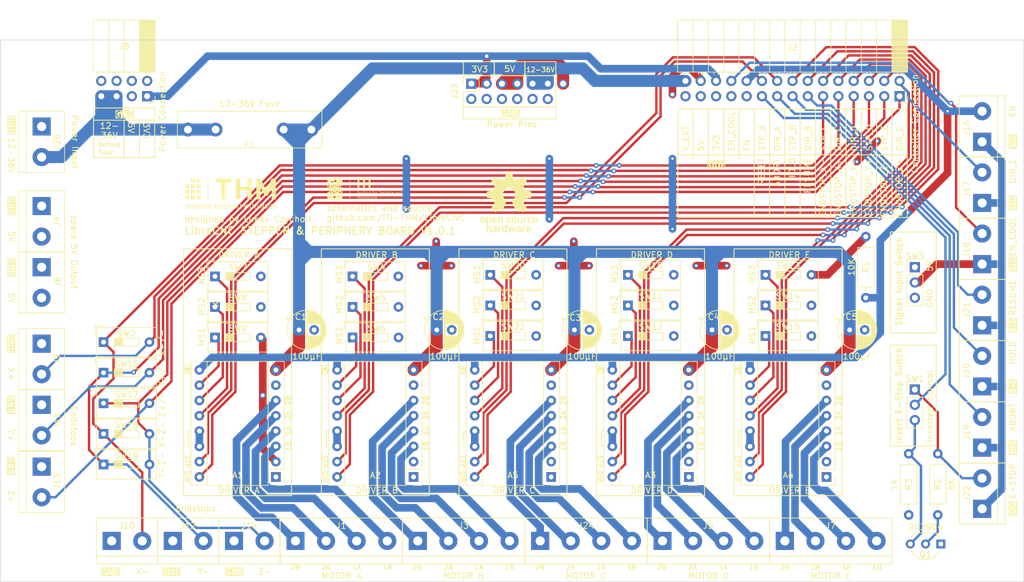
<source format=kicad_pcb>
(kicad_pcb (version 20221018) (generator pcbnew)
  (layers (0 "F.Cu" signal) (31 "B.Cu" signal) (34 "B.Paste" user) (35 "F.Paste" user) (36 "B.SilkS" user "B.Silkscreen") (37 "F.SilkS" user "F.Silkscreen") (38 "B.Mask" user) (39 "F.Mask" user) (44 "Edge.Cuts" user))
  (net 0 "")
  (net 1 "GND")
  (net 2 "5V")
  (net 3 "Net-(A1-1B)")
  (net 4 "Net-(A1-1A)")
  (net 5 "Net-(A1-2A)")
  (net 6 "Net-(A1-2B)")
  (net 7 "V_EXT")
  (net 8 "EN")
  (net 9 "MS1_A")
  (net 10 "MS2_A")
  (net 11 "MS3_A")
  (net 12 "Net-(A1-~{RESET})")
  (net 13 "STP_A")
  (net 14 "Net-(A2-1B)")
  (net 15 "Net-(A2-1A)")
  (net 16 "Net-(A2-2A)")
  (net 17 "Net-(A2-2B)")
  (net 18 "DIR_A")
  (net 19 "MS1_B")
  (net 20 "Net-(A2-~{RESET})")
  (net 21 "Net-(A3-~{RESET})")
  (net 22 "Net-(A4-~{RESET})")
  (net 23 "Net-(A3-1B)")
  (net 24 "Net-(A3-1A)")
  (net 25 "Net-(A3-2A)")
  (net 26 "Net-(A3-2B)")
  (net 27 "MS2_B")
  (net 28 "MS3_B")
  (net 29 "STP_B")
  (net 30 "Net-(A5-~{RESET})")
  (net 31 "ENDSTOP_X+")
  (net 32 "Net-(A4-1B)")
  (net 33 "Net-(A4-1A)")
  (net 34 "Net-(A4-2A)")
  (net 35 "Net-(A4-2B)")
  (net 36 "DIR_B")
  (net 37 "MS1_D")
  (net 38 "MS2_D")
  (net 39 "ENDSTOP_X-")
  (net 40 "ENDSTOP_Y+")
  (net 41 "Net-(A5-1B)")
  (net 42 "Net-(A5-1A)")
  (net 43 "Net-(A5-2A)")
  (net 44 "Net-(A5-2B)")
  (net 45 "ENDSTOP_Y-")
  (net 46 "ENDSTOP_Z+")
  (net 47 "ENDSTOP_Z-")
  (net 48 "RST")
  (net 49 "3V3")
  (net 50 "ABORT")
  (net 51 "HOLD")
  (net 52 "RESUME")
  (net 53 "EN_COOLANT")
  (net 54 "Net-(Q1-B)")
  (net 55 "Net-(Q1-C)")
  (net 56 "SIG_IN")
  (net 57 "Net-(J22-Pin_2)")
  (net 58 "Net-(J26-Pin_2)")
  (net 59 "MS3_D")
  (net 60 "STP_D")
  (net 61 "DIR_D")
  (net 62 "MS1_E")
  (net 63 "MS2_E")
  (net 64 "MS3_E")
  (net 65 "STP_E")
  (net 66 "DIR_E")
  (net 67 "MS1_C")
  (net 68 "MS2_C")
  (net 69 "MS3_C")
  (net 70 "STP_C")
  (net 71 "DIR_C")
  (footprint "Capacitor_THT:CP_Radial_D6.3mm_P2.50mm" (layer "F.Cu") (at 159.345621 89.154)
    (fp_text reference "C3")
    (fp_text value "100µF")
  )
  (footprint "Capacitor_THT:CP_Radial_D6.3mm_P2.50mm" (layer "F.Cu") (at 182.205621 89.154)
    (fp_text reference "C4")
    (fp_text value "100µF")
  )
  (footprint "Button_Switch_THT:SW_DIP_SPSTx01_Slide_9.78x4.72mm_W7.62mm_P2.54mm" (layer "F.Cu") (at 99.66 85.344)
    (fp_text reference "SW8")
    (fp_text value "MS2 X")
  )
  (footprint "TerminalBlock:TerminalBlock_bornier-2_P5.08mm" (layer "F.Cu") (at 92.658 124.206)
    (fp_text reference "J12")
    (fp_text value "Y-")
  )
  (footprint "Button_Switch_THT:SW_DIP_SPSTx01_Slide_9.78x4.72mm_W7.62mm_P2.54mm" (layer "F.Cu") (at 191.1 90.17)
    (fp_text reference "SW15")
    (fp_text value "MS1 E")
  )
  (footprint "Module:Pololu_Breakout-16_15.2x20.3mm" (layer "F.Cu") (at 109.77 113.58 180)
    (fp_text reference "A1")
    (fp_text value "DRIVER A")
  )
  (footprint "MountingHole:MountingHole_3.2mm_M3" (layer "F.Cu") (at 229 46)
    (fp_text reference "H1" hide)
    (fp_text value "MountingHole" hide)
  )
  (footprint "Capacitor_THT:CP_Radial_D6.3mm_P2.50mm" (layer "F.Cu") (at 205.065621 89.154)
    (fp_text reference "C5")
    (fp_text value "100µF")
  )
  (footprint "TerminalBlock:TerminalBlock_bornier-4_P5.08mm" (layer "F.Cu") (at 153.67 124.206)
    (fp_text reference "J24")
    (fp_text value "MOTOR C")
  )
  (footprint "TerminalBlock:TerminalBlock_bornier-2_P5.08mm" (layer "F.Cu") (at 227.076 118.872 90)
    (fp_text reference "J22")
    (fp_text value "E-STOP")
  )
  (footprint "Button_Switch_THT:SW_DIP_SPSTx01_Slide_9.78x4.72mm_W7.62mm_P2.54mm" (layer "F.Cu") (at 81.153 111.5044)
    (fp_text reference "SW19")
    (fp_text value "Y-Z-")
  )
  (footprint "TerminalBlock:TerminalBlock_bornier-2_P5.08mm" (layer "F.Cu") (at 227.076 68.072 90)
    (fp_text reference "J17")
    (fp_text value "DIR_E")
  )
  (footprint "Button_Switch_THT:SW_DIP_SPSTx01_Slide_9.78x4.72mm_W7.62mm_P2.54mm" (layer "F.Cu") (at 191.1 80.01)
    (fp_text reference "SW13")
    (fp_text value "MS3 E")
  )
  (footprint "Connector_PinSocket_2.54mm:PinSocket_2x04_P2.54mm_Horizontal" (layer "F.Cu") (at 88.392 50.3428 -90)
    (fp_text reference "J8")
    (fp_text value "Power Connection")
  )
  (footprint "TerminalBlock:TerminalBlock_bornier-2_P5.08mm" (layer "F.Cu") (at 70.866 111.87 -90)
    (fp_text reference "J13")
    (fp_text value "Z+")
  )
  (footprint "Connector_PinSocket_2.54mm:PinSocket_2x15_P2.54mm_Horizontal" (layer "F.Cu") (at 213.36 50.3428 -90)
    (fp_text reference "J2")
    (fp_text value "Controller Connection")
  )
  (footprint "MountingHole:MountingHole_3.2mm_M3" (layer "F.Cu") (at 69 126)
    (fp_text reference "H3" hide)
    (fp_text value "MountingHole" hide)
  )
  (footprint "Resistor_THT:R_Axial_DIN0207_L6.3mm_D2.5mm_P10.16mm_Horizontal" (layer "F.Cu") (at 214.884 109.728 -90)
    (fp_text reference "R3")
    (fp_text value "1K")
  )
  (footprint "Module:Pololu_Breakout-16_15.2x20.3mm" (layer "F.Cu") (at 132.64 113.58 180)
    (fp_text reference "A2")
    (fp_text value "DRIVER B")
  )
  (footprint "Connector_PinSocket_2.54mm:PinSocket_2x06_P2.54mm_Vertical" (layer "F.Cu") (at 142.24 48.26 90)
    (fp_text reference "J23")
    (fp_text value "Power Pins")
  )
  (footprint "Button_Switch_THT:SW_DIP_SPSTx01_Slide_9.78x4.72mm_W7.62mm_P2.54mm" (layer "F.Cu") (at 122.52 90.41)
    (fp_text reference "SW6")
    (fp_text value "MS1 B")
  )
  (footprint "Package_TO_SOT_THT:TO-92_Inline_Wide" (layer "F.Cu") (at 220.218 124.714 180)
    (fp_text reference "Q1")
    (fp_text value "2N3904")
  )
  (footprint "Button_Switch_THT:SW_DIP_SPSTx01_Slide_9.78x4.72mm_W7.62mm_P2.54mm" (layer "F.Cu") (at 168.24 90.17)
    (fp_text reference "SW12")
    (fp_text value "MS1 D")
  )
  (footprint "Module:Pololu_Breakout-16_15.2x20.3mm" (layer "F.Cu") (at 155.5 113.58 180)
    (fp_text reference "A5")
    (fp_text value "DRIVER C")
  )
  (footprint "TerminalBlock:TerminalBlock_bornier-2_P5.08mm" (layer "F.Cu") (at 70.866 78.74 -90)
    (fp_text reference "J6")
    (fp_text value "5V")
  )
  (footprint "Button_Switch_THT:SW_DIP_SPSTx01_Slide_9.78x4.72mm_W7.62mm_P2.54mm" (layer "F.Cu") (at 122.5132 85.344)
    (fp_text reference "SW5")
    (fp_text value "MS2 B")
  )
  (footprint "Button_Switch_THT:SW_DIP_SPSTx01_Slide_9.78x4.72mm_W7.62mm_P2.54mm" (layer "F.Cu") (at 145.38 85.09)
    (fp_text reference "SW21")
    (fp_text value "MS2 C")
  )
  (footprint "MountingHole:MountingHole_3.2mm_M3" (layer "F.Cu") (at 69 46)
    (fp_text reference "H4" hide)
    (fp_text value "MountingHole" hide)
  )
  (footprint "Button_Switch_THT:SW_DIP_SPSTx01_Slide_9.78x4.72mm_W7.62mm_P2.54mm" (layer "F.Cu") (at 145.38 80.01)
    (fp_text reference "SW20")
    (fp_text value "MS3 C")
  )
  (footprint "Button_Switch_THT:SW_DIP_SPSTx01_Slide_9.78x4.72mm_W7.62mm_P2.54mm" (layer "F.Cu") (at 122.5029 80.264)
    (fp_text reference "SW4")
    (fp_text value "MS3 B")
  )
  (footprint "Capacitor_THT:CP_Radial_D6.3mm_P2.50mm" (layer "F.Cu") (at 113.625621 89.154)
    (fp_text reference "C1")
    (fp_text value "100µF")
  )
  (footprint "TerminalBlock:TerminalBlock_bornier-2_P5.08mm" (layer "F.Cu") (at 227.076 88.392 90)
    (fp_text reference "J21")
    (fp_text value "RESUME")
  )
  (footprint "Connector_PinHeader_2.54mm:PinHeader_1x03_P2.54mm_Vertical" (layer "F.Cu") (at 215.9 78.74)
    (fp_text reference "SW3")
    (fp_text value "SIG 5V/GND")
  )
  (footprint "MountingHole:MountingHole_3.2mm_M3" (layer "F.Cu") (at 229 126)
    (fp_text reference "H2" hide)
    (fp_text value "MountingHole" hide)
  )
  (footprint "logos:ITI Logo" (layer "F.Cu") (at 124.51 65.75)
    (fp_text reference "G***" hide)
    (fp_text value "LOGO" hide)
  )
  (footprint "Button_Switch_THT:SW_DIP_SPSTx01_Slide_9.78x4.72mm_W7.62mm_P2.54mm" (layer "F.Cu") (at 145.38 90.17)
    (fp_text reference "SW22")
    (fp_text value "MS1 C")
  )
  (footprint "Button_Switch_THT:SW_DIP_SPSTx01_Slide_9.78x4.72mm_W7.62mm_P2.54mm" (layer "F.Cu") (at 81.153 106.426)
    (fp_text reference "SW18")
    (fp_text value "X-Z-")
  )
  (footprint "TerminalBlock:TerminalBlock_bornier-2_P5.08mm" (layer "F.Cu") (at 102.818 124.206)
    (fp_text reference "J14")
    (fp_text value "Z-")
  )
  (footprint "Button_Switch_THT:SW_DIP_SPSTx01_Slide_9.78x4.72mm_W7.62mm_P2.54mm" (layer "F.Cu") (at 168.24 85.09)
    (fp_text reference "SW11")
    (fp_text value "MS2 D")
  )
  (footprint "Module:Pololu_Breakout-16_15.2x20.3mm" (layer "F.Cu") (at 178.36 113.58 180)
    (fp_text reference "A3")
    (fp_text value "DRIVER D")
  )
  (footprint "Button_Switch_THT:SW_DIP_SPSTx01_Slide_9.78x4.72mm_W7.62mm_P2.54mm" (layer "F.Cu") (at 81.153 91.1844)
    (fp_text reference "SW2")
    (fp_text value "X+/-")
  )
  (footprint "Fuse:Fuseholder_Littelfuse_100_series_5x20mm" (layer "F.Cu") (at 115.66 55.88 180)
    (fp_text reference "F1")
    (fp_text value "12-36V Fuse")
  )
  (footprint "Module:Pololu_Breakout-16_15.2x20.3mm" (layer "F.Cu") (at 201.22 113.58 180)
    (fp_text reference "A4")
    (fp_text value "DRIVER E")
  )
  (footprint "Capacitor_THT:CP_Radial_D6.3mm_P2.50mm" (layer "F.Cu") (at 136.485621 89.154)
    (fp_text reference "C2")
    (fp_text value "100µF")
  )
  (footprint "TerminalBlock:TerminalBlock_bornier-2_P5.08mm" (layer "F.Cu") (at 70.866 68.58 -90)
    (fp_text reference "J4")
    (fp_text value "5V")
  )
  (footprint "TerminalBlock:TerminalBlock_bornier-2_P5.08mm" (layer "F.Cu") (at 227.076 57.912 90)
    (fp_text reference "J16")
    (fp_text value "EN")
  )
  (footprint "Button_Switch_THT:SW_DIP_SPSTx01_Slide_9.78x4.72mm_W7.62mm_P2.54mm" (layer "F.Cu") (at 168.24 80.01)
    (fp_text reference "SW10")
    (fp_text value "MS3 D")
  )
  (footprint "logos:OHS Logo" (layer "F.Cu") (at 148.51 67.97)
    (fp_text reference "G***" hide)
    (fp_text value "LOGO" hide)
  )
  (footprint "Button_Switch_THT:SW_DIP_SPSTx01_Slide_9.78x4.72mm_W7.62mm_P2.54mm" (layer "F.Cu") (at 191.1 85.09)
    (fp_text reference "SW14")
    (fp_text value "MS2 E")
  )
  (footprint "TerminalBlock:TerminalBlock_bornier-4_P5.08mm" (layer "F.Cu") (at 173.99 124.206)
    (fp_text reference "J5")
    (fp_text value "MOTOR D")
  )
  (footprint "Connector_PinHeader_2.54mm:PinHeader_1x03_P2.54mm_Vertical" (layer "F.Cu") (at 215.9 99.06)
    (fp_text reference "SW1")
    (fp_text value "INVERT E-STOP")
  )
  (footprint "TerminalBlock:TerminalBlock_bornier-2_P5.08mm" (layer "F.Cu") (at 70.866 91.44 -90)
    (fp_text reference "J9")
    (fp_text value "X+")
  )
  (footprint "TerminalBlock:TerminalBlock_bornier-4_P5.08mm" (layer "F.Cu") (at 194.31 124.206)
    (fp_text reference "J7")
    (fp_text value "MOTOR E")
  )
  (footprint "TerminalBlock:TerminalBlock_bornier-4_P5.08mm" (layer "F.Cu") (at 113.03 124.206)
    (fp_text reference "J1")
    (fp_text value "MOTOR A")
  )
  (footprint "Button_Switch_THT:SW_DIP_SPSTx01_Slide_9.78x4.72mm_W7.62mm_P2.54mm" (layer "F.Cu") (at 99.66 80.264)
    (fp_text reference "SW7")
    (fp_text value "MS3 X")
  )
  (footprint "TerminalBlock:TerminalBlock_bornier-2_P5.08mm" (layer "F.Cu") (at 227.076 108.712 90)
    (fp_text reference "J19")
    (fp_text value "ABORT")
  )
  (footprint "TerminalBlock:TerminalBlock_bornier-2_P5.08mm" (layer "F.Cu") (at 227.076 98.552 90)
    (fp_text reference "J20")
    (fp_text value "HOLD")
  )
  (footprint "TerminalBlock:TerminalBlock_bornier-2_P5.08mm" (layer "F.Cu") (at 82.498 124.206)
    (fp_text reference "J10")
    (fp_text value "X-")
  )
  (footprint "Button_Switch_THT:SW_DIP_SPSTx01_Slide_9.78x4.72mm_W7.62mm_P2.54mm" (layer "F.Cu") (at 81.153 96.2644)
    (fp_text reference "SW16")
    (fp_text value "Y+/-")
  )
  (footprint "TerminalBlock:TerminalBlock_bornier-2_P5.08mm" (layer "F.Cu") (at 227.076 78.232 90)
    (fp_text reference "J18")
    (fp_text value "EN_COOL")
  )
  (footprint "Resistor_THT:R_Axial_DIN0207_L6.3mm_D2.5mm_P10.16mm_Horizontal" (layer "F.Cu") (at 219.71 109.728 -90)
    (fp_text reference "R2")
    (fp_text value "5K")
  )
  (footprint "logos:THM Logo" (layer "F.Cu") (at 102.26 66.52)
    (fp_text reference "G***" hide)
    (fp_text value "LOGO" hide)
  )
  (footprint "Resistor_THT:R_Axial_DIN0207_L6.3mm_D2.5mm_P10.16mm_Horizontal" (layer "F.Cu") (at 207.7466 73.66 -90)
    (fp_text reference "R1")
    (fp_text value "10K")
  )
  (footprint "Button_Switch_THT:SW_DIP_SPSTx01_Slide_9.78x4.72mm_W7.62mm_P2.54mm" (layer "F.Cu") (at 99.66 90.424)
    (fp_text reference "SW9")
    (fp_text value "MS1 X")
  )
  (footprint "TerminalBlock:TerminalBlock_bornier-2_P5.08mm" (layer "F.Cu") (at 70.866 55.372 -90)
    (fp_text reference "J26")
    (fp_text value "EXT POWER SCREW")
  )
  (footprint "TerminalBlock:TerminalBlock_bornier-2_P5.08mm" (layer "F.Cu") (at 70.866 101.6 -90)
    (fp_text reference "J11")
    (fp_text value "Y+")
  )
  (footprint "TerminalBlock:TerminalBlock_bornier-4_P5.08mm" (layer "F.Cu") (at 133.35 124.206)
    (fp_text reference "J3")
    (fp_text value "MOTOR B")
  )
  (footprint "Button_Switch_THT:SW_DIP_SPSTx01_Slide_9.78x4.72mm_W7.62mm_P2.54mm" (layer "F.Cu") (at 81.153 101.3444)
    (fp_text reference "SW17")
    (fp_text value "Z+/-")
  )
  (gr_line (start 140.9878 108.458) (end 140.9878 105.918) (stroke (width 0.15)) (layer "F.SilkS"))
  (gr_line (start 163.8378 105.918) (end 164.2442 105.918) (stroke (width 0.15)) (layer "F.SilkS"))
  (gr_rect (start 163.025 75.692) (end 180.9574 116.6876) (stroke (width 0.15)) (fill none) (layer "F.SilkS"))
  (gr_line (start 186.6878 105.918) (end 187.0942 105.918) (stroke (width 0.15)) (layer "F.SilkS"))
  (gr_line (start 189.23 70.485) (end 189.23 52.451) (stroke (width 0.15)) (layer "F.SilkS"))
  (gr_line (start 194.31 70.485) (end 194.31 52.451) (stroke (width 0.15)) (layer "F.SilkS"))
  (gr_rect (start 151.13 44.6024) (end 156.27 46.93) (stroke (width 0.15)) (fill none) (layer "F.SilkS"))
  (gr_line (start 186.6878 108.458) (end 186.6878 105.918) (stroke (width 0.15)) (layer "F.SilkS"))
  (gr_line (start 179.07 60.706) (end 179.07 52.451) (stroke (width 0.15)) (layer "F.SilkS"))
  (gr_line (start 141.3942 108.458) (end 140.9878 108.458) (stroke (width 0.15)) (layer "F.SilkS"))
  (gr_line (start 184.15 60.6933) (end 184.15 52.4383) (stroke (width 0.15)) (layer "F.SilkS"))
  (gr_rect (start 94.4372 75.692) (end 112.3696 116.6876) (stroke (width 0.15)) (fill none) (layer "F.SilkS"))
  (gr_line (start 79.4858 60.5282) (end 89.6458 60.5282) (stroke (width 0.15)) (layer "F.SilkS"))
  (gr_line (start 79.4858 60.5282) (end 79.4858 52.2986) (stroke (width 0.15)) (layer "F.SilkS"))
  (gr_line (start 214.6808 40.9956) (end 214.6808 37.5666) (stroke (width 0.15)) (layer "F.SilkS"))
  (gr_rect (start 211.836 72.898) (end 219.456 89.662) (stroke (width 0.15)) (fill none) (layer "F.SilkS"))
  (gr_line (start 201.93 70.485) (end 201.93 52.451) (stroke (width 0.15)) (layer "F.SilkS"))
  (gr_line (start 87.1058 60.5028) (end 87.1058 54.3306) (stroke (width 0.15)) (layer "F.SilkS"))
  (gr_line (start 164.2442 108.458) (end 163.8378 108.458) (stroke (width 0.15)) (layer "F.SilkS"))
  (gr_line (start 95.25 108.458) (end 95.25 105.918) (stroke (width 0.15)) (layer "F.SilkS"))
  (gr_line (start 204.47 70.485) (end 204.47 52.451) (stroke (width 0.15)) (layer "F.SilkS"))
  (gr_line (start 95.6564 108.458) (end 95.25 108.458) (stroke (width 0.15)) (layer "F.SilkS"))
  (gr_line (start 95.25 105.918) (end 95.6564 105.918) (stroke (width 0.15)) (layer "F.SilkS"))
  (gr_rect (start 140.175 75.692) (end 158.1074 116.6876) (stroke (width 0.15)) (fill none) (layer "F.SilkS"))
  (gr_line (start 140.9878 105.918) (end 141.3942 105.918) (stroke (width 0.15)) (layer "F.SilkS"))
  (gr_rect (start 140.91 52.13) (end 156.2608 54.102) (stroke (width 0.15)) (fill none) (layer "F.SilkS"))
  (gr_line (start 118.5442 108.458) (end 118.1378 108.458) (stroke (width 0.15)) (layer "F.SilkS"))
  (gr_rect (start 140.91 44.6024) (end 146.05 46.93) (stroke (width 0.15)) (fill none) (layer "F.SilkS"))
  (gr_line (start 187.0942 108.458) (end 186.6878 108.458) (stroke (width 0.15)) (layer "F.SilkS"))
  (gr_line (start 176.53 60.071) (end 214.63 60.071) (stroke (width 0.15)) (layer "F.SilkS"))
  (gr_line (start 176.4792 41.1734) (end 176.4792 37.7444) (stroke (width 0.15)) (layer "F.SilkS"))
  (gr_rect (start 185.875 75.692) (end 203.8074 116.6876) (stroke (width 0.15)) (fill none) (layer "F.SilkS"))
  (gr_rect (start 117.325 75.692) (end 135.2574 116.6876) (stroke (width 0.15)) (fill none) (layer "F.SilkS"))
  (gr_line (start 89.6458 52.2986) (end 79.4858 52.2986) (stroke (width 0.15)) (layer "F.SilkS"))
  (gr_line (start 212.09 70.485) (end 212.09 52.451) (stroke (width 0.15)) (layer "F.SilkS"))
  (gr_line (start 209.55 70.485) (end 209.55 52.451) (stroke (width 0.15)) (layer "F.SilkS"))
  (gr_line (start 199.39 70.485) (end 199.39 52.451) (stroke (width 0.15)) (layer "F.SilkS"))
  (gr_line (start 79.4858 54.3306) (end 89.6458 54.3306) (stroke (width 0.15)) (layer "F.SilkS"))
  (gr_rect (start 211.836 91.694) (end 219.456 108.458) (stroke (width 0.15)) (fill none) (layer "F.SilkS"))
  (gr_line (start 176.53 70.485) (end 176.53 52.451) (stroke (width 0.15)) (layer "F.SilkS"))
  (gr_line (start 191.77 70.485) (end 191.77 52.451) (stroke (width 0.15)) (layer "F.SilkS"))
  (gr_rect (start 146.05 44.6024) (end 151.13 46.93) (stroke (width 0.15)) (fill none) (layer "F.SilkS"))
  (gr_line (start 163.8378 108.458) (end 163.8378 105.918) (stroke (width 0.15)) (layer "F.SilkS"))
  (gr_line (start 207.01 70.485) (end 207.01 52.451) (stroke (width 0.15)) (layer "F.SilkS"))
  (gr_line (start 181.61 60.7187) (end 181.61 52.4637) (stroke (width 0.15)) (layer "F.SilkS"))
  (gr_line (start 118.1378 105.918) (end 118.5442 105.918) (stroke (width 0.15)) (layer "F.SilkS"))
  (gr_line (start 196.85 70.485) (end 196.85 52.451) (stroke (width 0.15)) (layer "F.SilkS"))
  (gr_line (start 186.69 60.706) (end 186.69 52.451) (stroke (width 0.15)) (layer "F.SilkS"))
  (gr_line (start 84.5658 60.5282) (end 84.5658 54.3306) (stroke (width 0.15)) (layer "F.SilkS"))
  (gr_line (start 118.1378 108.458) (end 118.1378 105.918) (stroke (width 0.15)) (layer "F.SilkS"))
  (gr_line (start 89.6458 60.5282) (end 89.6458 52.2986) (stroke (width 0.15)) (layer "F.SilkS"))
  (gr_line (start 214.63 52.451) (end 176.53 52.451) (stroke (width 0.15)) (layer "F.SilkS"))
  (gr_line (start 176.53 70.485) (end 214.63 70.485) (stroke (width 0.15)) (layer "F.SilkS"))
  (gr_line (start 214.63 70.485) (end 214.63 52.451) (stroke (width 0.15)) (layer "F.SilkS"))
  (gr_line locked (start 64 131) (end 64 41) (stroke (width 0.1)) (layer "Edge.Cuts"))
  (gr_line locked (start 64 41) (end 234 41) (stroke (width 0.1)) (layer "Edge.Cuts"))
  (gr_line locked (start 234 41) (end 234 131) (stroke (width 0.1)) (layer "Edge.Cuts"))
  (gr_line locked (start 234 131) (end 64 131) (stroke (width 0.1)) (layer "Edge.Cuts"))
  (gr_text "RESUME" (at 197.485 60.452 90) (layer "F.SilkS") (effects (font (size 1 1)) (justify right top)))
  (gr_text "DIR_E" (at 213.995 59.563 90) (layer "F.SilkS") (effects (font (size 1 1)) (justify left bottom)))
  (gr_text "2A" (at 203.2486 103.355 90) (layer "F.SilkS") (effects (font (size 0.8 0.8))))
  (gr_text "2B" (at 134.2414 100.838 90) (layer "F.SilkS") (effects (font (size 0.8 0.8)) (justify top)))
  (gr_text "2A" (at 180.3986 103.355 90) (layer "F.SilkS") (effects (font (size 0.8 0.8))))
  (gr_text "MS3" (at 98.044 81.788 90) (layer "F.SilkS") (effects (font (size 1 1)) (justify left bottom)))
  (gr_text "1B" (at 111.3536 108.458 90) (layer "F.SilkS") (effects (font (size 0.8 0.8)) (justify top)))
  (gr_text "GND" (at 66.294 91.44 -90) (layer "F.SilkS" knockout) (effects (font (size 1 1)) (justify top)))
  (gr_text "schematics and source:\ngithub.com/ITI-THM/LibreCNC" (at 118.11 71.12) (layer "F.SilkS") (effects (font (size 1 1)) (justify left bottom)))
  (gr_text "2B" (at 153.6 128.1) (layer "F.SilkS") (effects (font (size 0.8 0.8)) (justify top)))
  (gr_text "1A" (at 134.2414 105.918 90) (layer "F.SilkS") (effects (font (size 0.8 0.8)) (justify top)))
  (gr_text "MS2\n" (at 189.484 86.614 90) (layer "F.SilkS") (effects (font (size 1 1)) (justify left bottom)))
  (gr_text "MS2\n" (at 120.904 86.614 90) (layer "F.SilkS") (effects (font (size 1 1)) (justify left bottom)))
  (gr_text "DRIVER E" (at 195.0698 76.708) (layer "F.SilkS") (effects (font (size 1 1))))
  (gr_text "STP" (at 95.504 110.998 270) (layer "F.SilkS") (effects (font (size 0.8 0.8)) (justify top)))
  (gr_text "GND" (at 66.421 78.74 -90) (layer "F.SilkS" knockout) (effects (font (size 1 1)) (justify top)))
  (gr_text "1B" (at 134.2414 108.458 90) (layer "F.SilkS") (effects (font (size 0.8 0.8)) (justify top)))
  (gr_text "DRIVER D" (at 172.2198 76.708) (layer "F.SilkS") (effects (font (size 1 1))))
  (gr_text "STP_B" (at 196.215 59.563 90) (layer "F.SilkS") (effects (font (size 1 1)) (justify left bottom)))
  (gr_text "before \nfuse" (at 80.1878 60.0964) (layer "F.SilkS") (effects (font (size 0.8 0.8) (thickness 0.15) bold) (justify left bottom)))
  (gr_text "MS2\n" (at 143.764 86.614 90) (layer "F.SilkS") (effects (font (size 1 1)) (justify left bottom)))
  (gr_text "1B" (at 157.0914 108.458 90) (layer "F.SilkS") (effects (font (size 0.8 0.8)) (justify top)))
  (gr_text "SIG" (at 231.648 57.912 90) (layer "F.SilkS" knockout) (effects (font (size 1 1)) (justify top)))
  (gr_text "GND" (at 66.294 111.76 -90) (layer "F.SilkS" knockout) (effects (font (size 1 1)) (justify top)))
  (gr_text "1B" (at 209.6 128.1) (layer "F.SilkS") (effects (font (size 0.8 0.8)) (justify top)))
  (gr_text "5V\n" (at 85.1408 54.5846 -90) (layer "F.SilkS") (effects (font (size 1 1)) (justify left bottom)))
  (gr_text "GND" (at 66.421 68.58 -90) (layer "F.SilkS" knockout) (effects (font (size 1 1)) (justify top)))
  (gr_text "1A" (at 179.9414 105.918 90) (layer "F.SilkS") (effects (font (size 0.8 0.8)) (justify top)))
  (gr_text "DIR_D" (at 206.375 59.563 90) (layer "F.SilkS") (effects (font (size 1 1)) (justify left bottom)))
  (gr_text "2A" (at 158.7 128.1) (layer "F.SilkS") (effects (font (size 0.8 0.8)) (justify top)))
  (gr_text "STP_C" (at 201.295 59.563 90) (layer "F.SilkS") (effects (font (size 1 1)) (justify left bottom)))
  (gr_text "STP" (at 164.0918 110.998 270) (layer "F.SilkS") (effects (font (size 0.8 0.8)) (justify top)))
  (gr_text "MS3" (at 143.764 81.534 90) (layer "F.SilkS") (effects (font (size 1 1)) (justify left bottom)))
  (gr_text "STP_D" (at 208.915 59.563 90) (layer "F.SilkS") (effects (font (size 1 1)) (justify left bottom)))
  (gr_text "1A" (at 202.7914 105.918 90) (layer "F.SilkS") (effects (font (size 0.8 0.8)) (justify top)))
  (gr_text "EN" (at 186.891 95.758 270) (layer "F.SilkS" knockout) (effects (font (size 0.8 0.8)) (justify top)))
  (gr_text "- Endstops" (at 95.504 119.38) (layer "F.SilkS") (effects (font (size 1 1)) (justify bottom)))
  (gr_text "spare 5V Output" (at 75.692 76.2 -90) (layer "F.SilkS") (effects (font (size 1 1)) (justify bottom)))
  (gr_text "DIR" (at 141.2418 113.538 270) (layer "F.SilkS") (effects (font (size 0.8 0.8)) (justify top)))
  (gr_text "1B" (at 179.9414 108.458 90) (layer "F.SilkS") (effects (font (size 0.8 0.8)) (justify top)))
  (gr_text "DIR_C" (at 203.708 59.563 90) (layer "F.SilkS") (effects (font (size 1 1)) (justify left bottom)))
  (gr_text "X\n" (at 100.36 85.46 90) (layer "F.SilkS") (effects (font (size 1 1)) (justify left bottom)))
  (gr_text "2B" (at 111.3536 100.838 90) (layer "F.SilkS") (effects (font (size 0.8 0.8)) (justify top)))
  (gr_text "STP_A" (at 191.135 59.563 90) (layer "F.SilkS") (effects (font (size 1 1)) (justify left bottom)))
  (gr_text "2B" (at 173.9 128.1) (layer "F.SilkS") (effects (font (size 0.8 0.8)) (justify top)))
  (gr_text "3V3" (at 87.6808 54.5846 270) (layer "F.SilkS") (effects (font (size 1 1)) (justify left bottom)))
  (gr_text "2B" (at 179.9414 100.838 90) (layer "F.SilkS") (effects (font (size 0.8 0.8)) (justify top)))
  (gr_text "GND" (at 82.296 128.778) (layer "F.SilkS" knockout) (effects (font (size 1 1)) (justify top)))
  (gr_text "2A" (at 157.5486 103.355 90) (layer "F.SilkS") (effects (font (size 0.8 0.8))))
  (gr_text "GND\n" (at 184.5056 61.087) (layer "F.SilkS" knockout) (effects (font (size 1 1)) (justify right top)))
  (gr_text "EN" (at 141.191 95.758 270) (layer "F.SilkS" knockout) (effects (font (size 0.8 0.8)) (justify top)))
  (gr_text "2B" (at 202.7914 100.838 90) (layer "F.SilkS") (effects (font (size 0.8 0.8)) (justify top)))
  (gr_text "GND" (at 66.294 101.6 -90) (layer "F.SilkS" knockout) (effects (font (size 1 1)) (justify top)))
  (gr_text "DRIVER C" (at 149.3698 76.708) (layer "F.SilkS") (effects (font (size 1 1))))
  (gr_text "GND\n" (at 150.368 52.578) (layer "F.SilkS" knockout) (effects (font (size 1 1)) (justify right top)))
  (gr_text "EN_COOL" (at 186.055 59.563 90) (layer "F.SilkS") (effects (font (size 1 1)) (justify left bottom)))
  (gr_text "Invert E-Stop Switch" (at 213.868 108.204 90) (layer "F.SilkS") (effects (font (size 1 1) (thickness 0.2) bold) (justify left bottom)))
  (gr_text "EN" (at 188.595 59.563 90) (layer "F.SilkS") (effects (font (size 1 1)) (justify left bottom)))
  (gr_text "HOLD" (at 194.945 60.452 90) (layer "F.SilkS") (effects (font (size 1 1)) (justify right top)))
  (gr_text "SIG" (at 231.648 78.232 90) (layer "F.SilkS" knockout) (effects (font (size 1 1)) (justify top)))
  (gr_text "2B" (at 133.3 128.1) (layer "F.SilkS") (effects (font (size 0.8 0.8)) (justify top)))
  (gr_text "Power Input" (at 75.8444 57.912 -90) (layer "F.SilkS") (effects (font (size 1 1)) (justify bottom)))
  (gr_text "GND\n" (at 218.948 85.549 90) (layer "F.SilkS") (effects (font (size 1 1)) (justify left bottom)))
  (gr_text "2B" (at 157.0914 100.838 90) (layer "F.SilkS") (effects (font (size 0.8 0.8)) (justify top)))
  (gr_text "2A" (at 111.8108 103.355 90) (layer "F.SilkS") (effects (font (size 0.8 0.8))))
  (gr_text "ABORT" (at 192.405 60.579 90) (layer "F.SilkS") (effects (font (size 1 1)) (justify right top)))
  (gr_text "2A" (at 118.1 128.1) (layer "F.SilkS") (effects (font (size 0.8 0.8)) (justify top)))
  (gr_text "1A" (at 157.0914 105.918 90) (layer "F.SilkS") (effects (font (size 0.8 0.8)) (justify top)))
  (gr_text "MS1\n" (at 120.904 91.694 90) (layer "F.SilkS") (effects (font (size 1 1)) (justify left bottom)))
  (gr_text "ENDSTOP_Y-" (at 205.105 60.579 90) (layer "F.SilkS") (effects (font (size 1 1)) (justify right top)))
  (gr_text "MS3" (at 189.484 81.534 90) (layer "F.SilkS") (effects (font (size 1 1)) (justify left bottom)))
  (gr_text "1B" (at 189.2 128.1) (layer "F.SilkS") (effects (font (size 0.8 0.8)) (justify top)))
  (gr_text "1A" (at 123.2 128.1) (layer "F.SilkS") (effects (font (size 0.8 0.8)) (justify top)))
  (gr_text "ENDSTOP_X+" (at 202.565 60.579 90) (layer "F.SilkS") (effects (font (size 1 1)) (justify right top)))
  (gr_text "1A" (at 204.5 128.1) (layer "F.SilkS") (effects (font (size 0.8 0.8)) (justify top)))
  (gr_text "EN" (at 95.4532 95.758 270) (layer "F.SilkS" knockout) (effects (font (size 0.8 0.8)) (justify top)))
  (gr_text "MS1\n" (at 189.484 91.694 90) (layer "F.SilkS") (effects (font (size 1 1)) (justify left bottom)))
  (gr_text "SIG" (at 231.648 108.712 90) (layer "F.SilkS" knockout) (effects (font (size 1 1)) (justify top)))
  (gr_text "EN" (at 118.341 95.758 270) (layer "F.SilkS" knockout) (effects (font (size 0.8 0.8)) (justify top)))
  (gr_text "DIR" (at 95.504 113.538 270) (layer "F.SilkS") (effects (font (size 0.8 0.8)) (justify top)))
  (gr_text "3V3\n" (at 142.1412 46.4562) (layer "F.SilkS") (effects (font (size 1 1)) (justify left bottom)))
  (gr_text "designed by Lukas Czycholl" (at 94.51 71.32) (layer "F.SilkS") (effects (font (size 1 1)) (justify left bottom)))
  (gr_text "DRIVER A" (at 103.632 76.708) (layer "F.SilkS") (effects (font (size 1 1))))
  (gr_text "2A" (at 134.6986 103.355 90) (layer "F.SilkS") (effects (font (size 0.8 0.8))))
  (gr_text "DIR" (at 186.9418 113.538 270) (layer "F.SilkS") (effects (font (size 0.8 0.8)) (justify top)))
  (gr_text "3V3" (at 183.515 59.563 90) (layer "F.SilkS") (effects (font (size 1 1)) (justify left bottom)))
  (gr_text "12-36V" (at 151.2598 46.4054) (layer "F.SilkS") (effects (font (size 0.8 0.8)) (justify left bottom)))
  (gr_text "SIG" (at 231.648 118.872 90) (layer "F.SilkS" knockout) (effects (font (size 1 1)) (justify top)))
  (gr_text "MS1\n" (at 166.624 91.694 90) (layer "F.SilkS") (effects (font (size 1 1)) (justify left bottom)))
  (gr_text "LibreCNC STEPPER & PERIPHERY BOARD V1.0.1" (at 94.46 73.42) (layer "F.SilkS") (effects (font (size 1.25 1.25) (thickness 0.2)) (justify left bottom)))
  (gr_text "ENDSTOP_Y+" (at 207.645 60.579 90) (layer "F.SilkS") (effects (font (size 1 1)) (justify right top)))
  (gr_text "STP" (at 118.3918 110.998 270) (layer "F.SilkS") (effects (font (size 0.8 0.8)) (justify top)))
  (gr_text "GND" (at 102.87 128.778) (layer "F.SilkS" knockout) (effects (font (size 1 1)) (justify top)))
  (gr_text "GND\n" (at 86.2838 52.8066) (layer "F.SilkS" knockout) (effects (font (size 1 1)) (justify right top)))
  (gr_text "DIR_B" (at 198.755 59.563 90) (layer "F.SilkS") (effects (font (size 1 1)) (justify left bottom)))
  (gr_text "1B" (at 202.7914 108.458 90) (layer "F.SilkS") (effects (font (size 0.8 0.8)) (justify top)))
  (gr_text "DIR_A" (at 193.675 59.563 90) (layer "F.SilkS") (effects (font (size 1 1)) (justify left bottom)))
  (gr_text "EN" (at 164.041 95.758 270) (layer "F.SilkS" knockout) (effects (font (size 0.8 0.8)) (justify top)))
  (gr_text "12-36V" (at 65.278 60.198 270) (layer "F.SilkS") (effects (font (size 1 1)) (justify bottom)))
  (gr_text "5V" (at 180.975 59.563 90) (layer "F.SilkS") (effects (font (size 1 1)) (justify left bottom)))
  (gr_text "2B" (at 113 128.1) (layer "F.SilkS") (effects (font (size 0.8 0.8)) (justify top)))
  (gr_text "inverted" (at 218.948 107.95 90) (layer "F.SilkS") (effects (font (size 1 1)) (justify left bottom)))
  (gr_text "ENDSTOP_Z-" (at 210.185 60.579 90) (layer "F.SilkS") (effects (font (size 1 1)) (justify right top)))
  (gr_text "+ Endstops" (at 75.692 104.14 270) (layer "F.SilkS") (effects (font (size 1 1)) (justify bottom)))
  (gr_text "MS3" (at 166.624 81.534 90) (layer "F.SilkS") (effects (font (size 1 1)) (justify left bottom)))
  (gr_text "1A" (at 143.5 128.1) (layer "F.SilkS") (effects (font (size 0.8 0.8)) (justify top)))
  (gr_text "1A" (at 111.3536 105.918 90) (layer "F.SilkS") (effects (font (size 0.8 0.8)) (justify top)))
  (gr_text "2B" (at 194.3 128.1) (layer "F.SilkS") (effects (font (size 0.8 0.8)) (justify top)))
  (gr_text "SIG" (at 231.648 88.392 90) (layer "F.SilkS" knockout) (effects (font (size 1 1)) (justify top)))
  (gr_text "ENDSTOP_X-" (at 200.025 60.579 90) (layer "F.SilkS") (effects (font (size 1 1)) (justify right top)))
  (gr_text "STP" (at 141.2418 110.998 270) (layer "F.SilkS") (effects (font (size 0.8 0.8)) (justify top)))
  (gr_text "Signal Input Switch" (at 213.868 88.631 90) (layer "F.SilkS") (effects (font (size 1 1) (thickness 0.2) bold) (justify left bottom)))
  (gr_text "V_EXT" (at 178.435 59.563 90) (layer "F.SilkS") (effects (font (size 1 1)) (justify left bottom)))
  (gr_text "1A" (at 163.8 128.1) (layer "F.SilkS") (effects (font (size 0.8 0.8)) (justify top)))
  (gr_text "RESET" (at 189.865 60.452 90) (layer "F.SilkS") (effects (font (size 1 1)) (justify right top)))
  (gr_text "DIR" (at 164.0918 113.538 270) (layer "F.SilkS") (effects (font (size 0.8 0.8)) (justify top)))
  (gr_text "DIR" (at 118.3918 113.538 270) (layer "F.SilkS") (effects (font (size 0.8 0.8)) (justify top)))
  (gr_text "GND" (at 92.456 128.778) (layer "F.SilkS" knockout) (effects (font (size 1 1)) (justify top)))
  (gr_text "2A" (at 179 128.1) (layer "F.SilkS") (effects (font (size 0.8 0.8)) (justify top)))
  (gr_text "2A" (at 138.4 128.1) (layer "F.SilkS") (effects (font (size 0.8 0.8)) (justify top)))
  (gr_text "2A" (at 199.4 128.1) (layer "F.SilkS") (effects (font (size 0.8 0.8)) (justify top)))
  (gr_text "MS2\n" (at 98.044 86.868 90) (layer "F.SilkS") (effects (font (size 1 1)) (justify left bottom)))
  (gr_text "STP" (at 186.9418 110.998 270) (layer "F.SilkS") (effects (font (size 0.8 0.8)) (justify top)))
  (gr_text "DRIVER B" (at 126.5198 76.708) (layer "F.SilkS") (effects (font (size 1 1))))
  (gr_text "5V\n" (at 218.948 79.549 90) (layer "F.SilkS") (effects (font (size 1 1)) (justify left bottom)))
  (gr_text "GND" (at 66.421 55.118 -90) (layer "F.SilkS" knockout) (effects (font (size 1 1)) (justify top)))
  (gr_text "STP_E" (at 211.455 59.563 90) (layer "F.SilkS") (effects (font (size 1 1)) (justify left bottom)))
  (gr_text "MS2\n" (at 166.624 86.614 90) (layer "F.SilkS") (effects (font (size 1 1)) (justify left bottom)))
  (gr_text "1B" (at 128.3 128.1) (layer "F.SilkS") (effects (font (size 0.8 0.8)) (justify top)))
  (gr_text "12-\n36V" (at 82.1182 57.4548) (layer "F.SilkS") (effects (font (size 1 1)) (justify bottom)))
  (gr_text "SIG" (at 231.648 68.072 90) (layer "F.SilkS" knockout) (effects (font (size 1 1)) (justify top)))
  (gr_text "normal\n" (at 218.948 101.092 90) (layer "F.SilkS") (effects (font (size 1 1)) (justify left bottom)))
  (gr_text "MS1\n" (at 143.764 91.694 90) (layer "F.SilkS") (effects (font (size 1 1)) (justify left bottom)))
  (gr_text "ENDSTOP_Z+" (at 212.725 60.579 90) (layer "F.SilkS") (effects (font (size 1 1)) (justify right top)))
  (gr_text "5V\n" (at 147.602 46.38) (layer "F.SilkS") (effects (font (size 1 1)) (justify left bottom)))
  (gr_text "1B" (at 168.9 128.1) (layer "F.SilkS") (effects (font (size 0.8 0.8)) (justify top)))
  (gr_text "MS3" (at 120.904 81.534 90) (layer "F.SilkS") (effects (font (size 1 1)) (justify left bottom)))
  (gr_text "MS1\n" (at 98.044 91.948 90) (layer "F.SilkS") (effects (font (size 1 1)) (justify left bottom)))
  (gr_text "SIG" (at 231.648 98.552 90) (layer "F.SilkS" knockout) (effects (font (size 1 1)) (justify top)))
  (gr_text "1B" (at 148.6 128.1) (layer "F.SilkS") (effects (font (size 0.8 0.8)) (justify top)))
  (gr_text "1A" (at 184.1 128.1) (layer "F.SilkS") (effects (font (size 0.8 0.8)) (justify top)))
  (via (at 155.194 70.739) (size 0.8) (drill 0.4) (layers "F.Cu" "B.Cu") (net 1))
  (via (at 131.445 60.706) (size 0.8) (drill 0.4) (layers "F.Cu" "B.Cu") (net 1))
  (via (at 155.194 60.706) (size 0.8) (drill 0.4) (layers "F.Cu" "B.Cu") (net 1))
  (via (at 175.641 72.4005) (size 0.8) (drill 0.4) (layers "F.Cu" "B.Cu") (net 1))
  (via (at 175.641 60.706) (size 0.8) (drill 0.4) (layers "F.Cu" "B.Cu") (net 1))
  (via (at 131.445 69.088) (size 0.8) (drill 0.4) (layers "F.Cu" "B.Cu") (net 1))
  (segment (start 155.194 60.706) (end 155.194 70.739) (width 1.27) (layer "B.Cu") (net 1))
  (segment (start 131.445 69.088) (end 131.445 60.706) (width 1.27) (layer "B.Cu") (net 1))
  (segment (start 175.641 72.4005) (end 175.641 60.706) (width 1.27) (layer "B.Cu") (net 1))
  (segment (start 180.34 47.498) (end 180.34 47.8028) (width 1.27) (layer "F.Cu") (net 2))
  (segment (start 133.858 78.486) (end 136.398 78.486) (width 1.27) (layer "F.Cu") (net 2))
  (segment (start 178.6128 45.7708) (end 180.34 47.498) (width 1.27) (layer "F.Cu") (net 2))
  (segment (start 201.3966 80.01) (end 207.7466 73.66) (width 1.27) (layer "F.Cu") (net 2))
  (segment (start 206.248 61.214) (end 209.677 57.785) (width 1.27) (layer "F.Cu") (net 2))
  (segment (start 179.578 78.486) (end 182.118 78.486) (width 1.27) (layer "F.Cu") (net 2))
  (segment (start 176.911 45.7708) (end 178.6128 45.7708) (width 1.27) (layer "F.Cu") (net 2))
  (segment (start 107.5944 100.0252) (end 107.5944 108.8644) (width 1.27) (layer "F.Cu") (net 2))
  (segment (start 107.5944 90.7384) (end 107.28 90.424) (width 1.27) (layer "F.Cu") (net 2))
  (segment (start 156.21 44.45) (end 151.13 44.45) (width 2) (layer "F.Cu") (net 2))
  (segment (start 175.641 47.0408) (end 176.911 45.7708) (width 1.27) (layer "F.Cu") (net 2))
  (segment (start 159.258 78.486) (end 159.258 74.422) (width 1.27) (layer "F.Cu") (net 2))
  (segment (start 107.5944 100.0252) (end 107.5944 90.7384) (width 1.27) (layer "F.Cu") (net 2))
  (segment (start 182.118 78.486) (end 184.658 78.486) (width 1.27) (layer "F.Cu") (net 2))
  (segment (start 157.48 48.26) (end 157.48 45.72) (width 2) (layer "F.Cu") (net 2))
  (segment (start 147.32 48.26) (end 149.86 48.26) (width 2) (layer "F.Cu") (net 2))
  (segment (start 107.5944 108.8644) (end 109.77 111.04) (width 1.27) (layer "F.Cu") (net 2))
  (segment (start 136.398 78.486) (end 136.398 74.422) (width 1.27) (layer "F.Cu") (net 2))
  (segment (start 156.718 78.486) (end 159.258 78.486) (width 1.27) (layer "F.Cu") (net 2))
  (segment (start 198.72 80.01) (end 201.3966 80.01) (width 1.27) (layer "F.Cu") (net 2))
  (segment (start 151.13 44.45) (end 149.86 45.72) (width 2) (layer "F.Cu") (net 2))
  (segment (start 175.641 50.0595) (end 175.641 47.0408) (width 1.27) (layer "F.Cu") (net 2))
  (segment (start 159.258 78.486) (end 161.798 78.486) (width 1.27) (layer "F.Cu") (net 2))
  (segment (start 136.398 78.486) (end 138.938 78.486) (width 1.27) (layer "F.Cu") (net 2))
  (segment (start 157.48 45.72) (end 156.21 44.45) (width 2) (layer "F.Cu") (net 2))
  (segment (start 149.86 48.26) (end 149.86 45.72) (width 2) (layer "F.Cu") (net 2))
  (segment (start 149.86 45.72) (end 147.32 48.26) (width 2) (layer "F.Cu") (net 2))
  (via (at 107.5944 100.0252) (size 1) (drill 0.6) (layers "F.Cu" "B.Cu") (net 2))
  (via (at 175.641 50.0595) (size 1) (drill 0.6) (layers "F.Cu" "B.Cu") (net 2))
  (via (at 156.718 78.486) (size 0.8) (drill 0.4) (layers "F.Cu" "B.Cu") (net 2))
  (via (at 136.398 74.422) (size 0.8) (drill 0.4) (layers "F.Cu" "B.Cu") (net 2))
  (via (at 184.658 78.486) (size 0.8) (drill 0.4) (layers "F.Cu" "B.Cu") (net 2))
  (via (at 206.248 61.214) (size 0.8) (drill 0.4) (layers "F.Cu" "B.Cu") (net 2))
  (via (at 159.258 74.422) (size 0.8) (drill 0.4) (layers "F.Cu" "B.Cu") (net 2))
  (via (at 138.938 78.486) (size 0.8) (drill 0.4) (layers "F.Cu" "B.Cu") (net 2))
  (via (at 157.48 48.26) (size 1.5) (drill 1) (layers "F.Cu" "B.Cu") (net 2))
  (via (at 133.858 78.486) (size 0.8) (drill 0.4) (layers "F.Cu" "B.Cu") (net 2))
  (via (at 209.677 57.785) (size 0.8) (drill 0.4) (layers "F.Cu" "B.Cu") (net 2))
  (via (at 179.578 78.486) (size 0.8) (drill 0.4) (layers "F.Cu" "B.Cu") (net 2))
  (via (at 161.798 78.486) (size 0.8) (drill 0.4) (layers "F.Cu" "B.Cu") (net 2))
  (segment (start 107.95 110.32) (end 109.77 108.5) (width 1.27) (layer "B.Cu") (net 3))
  (segment (start 128.27 124.206) (end 119.634 115.57) (width 1.27) (layer "B.Cu") (net 3))
  (segment (start 107.95 114.808) (end 107.95 110.32) (width 1.27) (layer "B.Cu") (net 3))
  (segment (start 119.634 115.57) (end 108.712 115.57) (width 1.27) (layer "B.Cu") (net 3))
  (segment (start 108.712 115.57) (end 107.95 114.808) (width 1.27) (layer "B.Cu") (net 3))
  (segment (start 116.124 117.14) (end 123.19 124.206) (width 1.27) (layer "B.Cu") (net 4))
  (segment (start 108.061684 117.14) (end 116.124 117.14) (width 1.27) (layer "B.Cu") (net 4))
  (segment (start 106.38 109.35) (end 106.38 115.458316) (width 1.27) (layer "B.Cu") (net 4))
  (segment (start 109.77 105.96) (end 106.38 109.35) (width 1.27) (layer "B.Cu") (net 4))
  (segment (start 106.38 115.458316) (end 108.061684 117.14) (width 1.27) (layer "B.Cu") (net 4))
  (segment (start 107.411368 118.71) (end 104.81 116.108631) (width 1.27) (layer "B.Cu") (net 5))
  (segment (start 112.614 118.71) (end 107.411368 118.71) (width 1.27) (layer "B.Cu") (net 5))
  (segment (start 104.81 116.108631) (end 104.81 108.38) (width 1.27) (layer "B.Cu") (net 5))
  (segment (start 104.81 108.38) (end 109.77 103.42) (width 1.27) (layer "B.Cu") (net 5))
  (segment (start 118.11 124.206) (end 112.614 118.71) (width 1.27) (layer "B.Cu") (net 5))
  (segment (start 109.77 100.966339) (end 103.24 107.496339) (width 1.27) (layer "B.Cu") (net 6))
  (segment (start 103.24 107.496339) (end 103.24 116.758946) (width 1.27) (layer "B.Cu") (net 6))
  (segment (start 103.24 116.758946) (end 106.761053 120.28) (width 1.27) (layer "B.Cu") (net 6))
  (segment (start 109.104 120.28) (end 113.03 124.206) (width 1.27) (layer "B.Cu") (net 6))
  (segment (start 106.761053 120.28) (end 109.104 120.28) (width 1.27) (layer "B.Cu") (net 6))
  (segment (start 109.77 100.88) (end 109.77 100.966339) (width 1.27) (layer "B.Cu") (net 6))
  (segment (start 136.485621 91.954379) (end 132.64 95.8) (width 2) (layer "F.Cu") (net 7))
  (segment (start 182.205621 89.154) (end 182.205621 91.954379) (width 2) (layer "F.Cu") (net 7))
  (segment (start 136.485621 89.154) (end 136.485621 91.954379) (width 2) (layer "F.Cu") (net 7))
  (segment (start 113.625621 89.154) (end 113.625621 91.944379) (width 2) (layer "F.Cu") (net 7))
  (segment (start 159.345621 89.154) (end 159.345621 91.954379) (width 2) (layer "F.Cu") (net 7))
  (segment (start 113.625621 91.944379) (end 109.77 95.8) (width 2) (layer "F.Cu") (net 7))
  (segment (start 159.345621 91.954379) (end 155.5 95.8) (width 2) (layer "F.Cu") (net 7))
  (segment (start 205.065621 91.954379) (end 201.22 95.8) (width 2) (layer "F.Cu") (net 7))
  (segment (start 182.205621 91.954379) (end 178.36 95.8) (width 2) (layer "F.Cu") (net 7))
  (segment (start 205.065621 89.154) (end 205.065621 91.954379) (width 2) (layer "F.Cu") (net 7))
  (segment (start 183.769 76.2) (end 203.2 76.2) (width 2) (layer "B.Cu") (net 7))
  (segment (start 154.94 48.26) (end 154.94 45.72) (width 2) (layer "B.Cu") (net 7))
  (segment (start 111.06 55.88) (end 115.66 55.88) (width 2) (layer "B.Cu") (net 7))
  (segment (start 115.2652 76.211421) (end 113.625621 77.851) (width 2) (layer "B.Cu") (net 7))
  (segment (start 152.4 45.72) (end 154.94 45.72) (width 2) (layer "B.Cu") (net 7))
  (segment (start 115.2652 76.188579) (end 115.2652 76.211421) (width 2) (layer "B.Cu") (net 7))
  (segment (start 125.82 45.72) (end 152.4 45.72) (width 2) (layer "B.Cu") (net 7))
  (segment (start 203.2 76.2) (end 205.065621 78.065621) (width 2) (layer "B.Cu") (net 7))
  (segment (start 159.345621 76.287621) (end 159.258 76.2) (width 2) (layer "B.Cu") (net 7))
  (segment (start 162.7886 47.8028) (end 160.7058 45.72) (width 2) (layer "B.Cu") (net 7))
  (segment (start 157.8356 76.2) (end 159.258 76.2) (width 2) (layer "B.Cu") (net 7))
  (segment (start 136.652 76.2) (end 138.1252 76.2) (width 2) (layer "B.Cu") (net 7))
  (segment (start 136.485621 77.839579) (end 138.1252 76.2) (width 2) (layer "B.Cu") (net 7))
  (segment (start 113.625621 64.389) (end 113.625621 57.914379) (width 2) (layer "B.Cu") (net 7))
  (segment (start 152.4 48.26) (end 154.94 48.26) (width 2) (layer "B.Cu") (net 7))
  (segment (start 159.345621 78.5876) (end 159.345621 77.710021) (width 2) (layer "B.Cu") (net 7))
  (segment (start 136.485621 89.154) (end 136.485621 78.232) (width 2) (layer "B.Cu") (net 7))
  (segment (start 180.721 76.2) (end 183.769 76.2) (width 2) (layer "B.Cu") (net 7))
  (segment (start 113.625621 57.914379) (end 113.094379 57.914379) (width 2) (layer "B.Cu") (net 7))
  (segment (start 182.284379 77.684621) (end 183.769 76.2) (width 2) (layer "B.Cu") (net 7))
  (segment (start 159.345621 77.788779) (end 160.9344 76.2) (width 2) (layer "B.Cu") (net 7))
  (segment (start 177.8 47.8028) (end 162.7886 47.8028) (width 2) (layer "B.Cu") (net 7))
  (segment (start 136.485621 76.366379) (end 136.652 76.2) (width 2) (layer "B.Cu") (net 7))
  (segment (start 182.205621 77.684621) (end 180.721 76.2) (width 2) (layer "B.Cu") (net 7))
  (segment (start 159.345621 78.5876) (end 159.345621 76.287621) (width 2) (layer "B.Cu") (net 7))
  (segment (start 113.625621 77.851) (end 113.625621 74.549) (width 2) (layer "B.Cu") (net 7))
  (segment (start 115.2652 76.2) (end 115.2652 76.188579) (width 2) (layer "B.Cu") (net 7))
  (segment (start 136.485621 77.862421) (end 134.8232 76.2) (width 2) (layer "B.Cu") (net 7))
  (segment (start 160.7058 45.72) (end 154.94 45.72) (width 2) (layer "B.Cu") (net 7))
  (segment (start 160.9344 76.2) (end 180.721 76.2) (width 2) (layer "B.Cu") (net 7))
  (segment (start 134.8232 76.2) (end 136.652 76.2) (width 2) (layer "B.Cu") (net 7))
  (segment (start 138.1252 76.2) (end 157.8356 76.2) (width 2) (layer "B.Cu") (net 7))
  (segment (start 159.345621 89.154) (end 159.345621 78.5876) (width 2) (layer "B.Cu") (net 7))
  (segment (start 152.4 45.72) (end 152.4 48.26) (width 2) (layer "B.Cu") (net 7))
  (segment (start 115.2652 76.188579) (end 113.625621 74.549) (width 2) (layer "B.Cu") (net 7))
  (segment (start 159.345621 78.5876) (end 159.345621 77.788779) (width 2) (layer "B.Cu") (net 7))
  (segment (start 136.485621 78.232) (end 136.485621 76.366379) (width 2) (layer "B.Cu") (net 7))
  (segment (start 136.485621 78.232) (end 136.485621 77.839579) (width 2) (layer "B.Cu") (net 7))
  (segment (start 136.485621 78.232) (end 136.485621 77.862421) (width 2) (layer "B.Cu") (net 7))
  (segment (start 113.625621 74.549) (end 113.625621 64.389) (width 2) (layer "B.Cu") (net 7))
  (segment (start 159.258 76.2) (end 160.9344 76.2) (width 2) (layer "B.Cu") (net 7))
  (segment (start 111.06 55.88) (end 113.625621 58.445621) (width 2) (layer "B.Cu") (net 7))
  (segment (start 113.625621 57.914379) (end 115.66 55.88) (width 2) (layer "B.Cu") (net 7))
  (segment (start 113.625621 89.154) (end 113.625621 77.851) (width 2) (layer "B.Cu") (net 7))
  (segment (start 205.065621 78.065621) (end 205.065621 89.154) (width 2) (layer "B.Cu") (net 7))
  (segment (start 115.2652 76.2) (end 134.8232 76.2) (width 2) (layer "B.Cu") (net 7))
  (segment (start 113.094379 57.914379) (end 111.06 55.88) (width 2) (layer "B.Cu") (net 7))
  (segment (start 152.4 48.26) (end 154.94 45.72) (width 2) (layer "B.Cu") (net 7))
  (segment (start 115.66 55.88) (end 125.82 45.72) (width 2) (layer "B.Cu") (net 7))
  (segment (start 182.205621 77.684621) (end 182.284379 77.684621) (width 2) (layer "B.Cu") (net 7))
  (segment (start 182.205621 89.154) (end 182.205621 77.684621) (width 2) (layer "B.Cu") (net 7))
  (segment (start 113.625621 58.445621) (end 113.625621 64.389) (width 2) (layer "B.Cu") (net 7))
  (segment (start 159.345621 77.710021) (end 157.8356 76.2) (width 2) (layer "B.Cu") (net 7))
  (segment (start 221.3356 63.103412) (end 221.3356 52.832) (width 1.27) (layer "F.Cu") (net 8))
  (segment (start 214.761906 69.677106) (end 221.3356 63.103412) (width 1.27) (layer "F.Cu") (net 8))
  (via (at 214.761906 69.677106) (size 0.8) (drill 0.4) (layers "F.Cu" "B.Cu") (net 8))
  (via (at 221.3356 52.832) (size 0.8) (drill 0.4) (layers "F.Cu" "B.Cu") (net 8))
  (segment (start 187.96 47.8028) (end 189.8576 45.9052) (width 1.27) (layer "B.Cu") (net 8))
  (segment (start 188.52 95.8) (end 188.52 93.7272) (width 1.27) (layer "B.Cu") (net 8))
  (segment (start 142.8496 93.726) (end 119.9388 93.726) (width 1.27) (layer "B.Cu") (net 8))
  (segment (start 99.144 93.726) (end 97.07 95.8) (width 1.27) (layer "B.Cu") (net 8))
  (segment (start 165.6588 93.726) (end 142.8496 93.726) (width 1.27) (layer "B.Cu") (net 8))
  (segment (start 206.0448 93.726) (end 188.5188 93.726) (width 1.27) (layer "B.Cu") (net 8))
  (segment (start 119.94 93.7272) (end 119.9388 93.726) (width 1.27) (layer "B.Cu") (net 8))
  (segment (start 165.66 93.7272) (end 165.6588 93.726) (width 1.27) (layer "B.Cu") (net 8))
  (segment (start 165.66 95.8) (end 165.66 93.7272) (width 1.27) (layer "B.Cu") (net 8))
  (segment (start 214.761906 69.677106) (end 210.1596 74.279412) (width 1.27) (layer "B.Cu") (net 8))
  (segment (start 142.8 93.7756) (end 142.8496 93.726) (width 1.27) (layer "B.Cu") (net 8))
  (segment (start 210.1596 74.279412) (end 210.1596 83.82) (width 1.27) (layer "B.Cu") (net 8))
  (segment (start 188.52 93.7272) (end 188.5188 93.726) (width 1.27) (layer "B.Cu") (net 8))
  (segment (start 210.1596 83.82) (end 210.1596 89.6112) (width 1.27) (layer "B.Cu") (net 8))
  (segment (start 214.4088 45.9052) (end 221.3356 52.832) (width 1.27) (layer "B.Cu") (net 8))
  (segment (start 119.94 95.8) (end 119.94 93.7272) (width 1.27) (layer "B.Cu") (net 8))
  (segment (start 207.7466 83.82) (end 210.1596 83.82) (width 1.27) (layer "B.Cu") (net 8))
  (segment (start 142.8 95.8) (end 142.8 93.7756) (width 1.27) (layer "B.Cu") (net 8))
  (segment (start 189.8576 45.9052) (end 214.4088 45.9052) (width 1.27) (layer "B.Cu") (net 8))
  (segment (start 188.5188 93.726) (end 165.6588 93.726) (width 1.27) (layer "B.Cu") (net 8))
  (segment (start 119.9388 93.726) (end 99.144 93.726) (width 1.27) (layer "B.Cu") (net 8))
  (segment (start 221.3356 52.832) (end 227.076 52.832) (width 1.27) (layer "B.Cu") (net 8))
  (segment (start 210.1596 89.6112) (end 206.0448 93.726) (width 1.27) (layer "B.Cu") (net 8))
  (segment (start 100.26 95.15) (end 97.07 98.34) (width 0.4) (layer "F.Cu") (net 9))
  (segment (start 100.26 91.024) (end 100.26 95.15) (width 0.4) (layer "F.Cu") (net 9))
  (segment (start 99.66 90.424) (end 100.26 91.024) (width 0.4) (layer "F.Cu") (net 9))
  (segment (start 97.07 100.88) (end 100.96 96.99) (width 0.4) (layer "F.Cu") (net 10))
  (segment (start 100.96 86.644) (end 99.66 85.344) (width 0.4) (layer "F.Cu") (net 10))
  (segment (start 100.96 96.99) (end 100.96 86.644) (width 0.4) (layer "F.Cu") (net 10))
  (segment (start 101.66 82.264) (end 101.66 98.83) (width 0.4) (layer "F.Cu") (net 11))
  (segment (start 99.66 80.264) (end 101.66 82.264) (width 0.4) (layer "F.Cu") (net 11))
  (segment (start 101.66 98.83) (end 97.07 103.42) (width 0.4) (layer "F.Cu") (net 11))
  (segment (start 97.07 108.5) (end 97.07 105.96) (width 1.27) (layer "B.Cu") (net 12))
  (segment (start 115.977066 67.182984) (end 102.36 80.80005) (width 0.4) (layer "F.Cu") (net 13))
  (segment (start 102.36 99.11995) (end 98.5012 102.97875) (width 0.4) (layer "F.Cu") (net 13))
  (segment (start 187.2784 44.5812) (end 190.5 47.8028) (width 0.4) (layer "F.Cu") (net 13))
  (segment (start 160.246543 67.134257) (end 173.6678 53.713) (width 0.4) (layer "F.Cu") (net 13))
  (segment (start 173.6678 46.9312) (end 176.0178 44.5812) (width 0.4) (layer "F.Cu") (net 13))
  (segment (start 102.36 80.80005) (end 102.36 99.11995) (width 0.4) (layer "F.Cu") (net 13))
  (segment (start 157.687292 67.145757) (end 157.650065 67.182984) (width 0.4) (layer "F.Cu") (net 13))
  (segment (start 157.650065 67.182984) (end 115.977066 67.182984) (width 0.4) (layer "F.Cu") (net 13))
  (segment (start 98.5012 102.97875) (end 98.5012 109.6088) (width 0.4) (layer "F.Cu") (net 13))
  (segment (start 173.6678 53.713) (end 173.6678 46.9312) (width 0.4) (layer "F.Cu") (net 13))
  (segment (start 176.0178 44.5812) (end 187.2784 44.5812) (width 0.4) (layer "F.Cu") (net 13))
  (segment (start 160.246543 67.1571) (end 160.246543 67.134257) (width 0.4) (layer "F.Cu") (net 13))
  (segment (start 98.5012 109.6088) (end 97.07 111.04) (width 0.4) (layer "F.Cu") (net 13))
  (via (at 160.246543 67.1571) (size 0.8) (drill 0.4) (layers "F.Cu" "B.Cu") (net 13))
  (via (at 157.687292 67.145757) (size 0.8) (drill 0.4) (layers "F.Cu" "B.Cu") (net 13))
  (segment (start 160.246543 67.1571) (end 157.698635 67.1571) (width 0.4) (layer "B.Cu") (net 13))
  (segment (start 157.698635 67.1571) (end 157.687292 67.145757) (width 0.4) (layer "B.Cu") (net 13))
  (segment (start 148.59 124.206) (end 139.954 115.57) (width 1.27) (layer "B.Cu") (net 14))
  (segment (start 131.16 115.57) (end 130.556 114.966) (width 1.27) (layer "B.Cu") (net 14))
  (segment (start 130.556 114.966) (end 130.556 110.584) (width 1.27) (layer "B.Cu") (net 14))
  (segment (start 130.556 110.584) (end 132.64 108.5) (width 1.27) (layer "B.Cu") (net 14))
  (segment (start 139.954 115.57) (end 131.16 115.57) (width 1.27) (layer "B.Cu") (net 14))
  (segment (start 128.986 109.614) (end 128.986 115.616316) (width 1.27) (layer "B.Cu") (net 15))
  (segment (start 130.509684 117.14) (end 136.444 117.14) (width 1.27) (layer "B.Cu") (net 15))
  (segment (start 136.444 117.14) (end 143.51 124.206) (width 1.27) (layer "B.Cu") (net 15))
  (segment (start 132.64 105.96) (end 128.986 109.614) (width 1.27) (layer "B.Cu") (net 15))
  (segment (start 128.986 115.616316) (end 130.509684 117.14) (width 1.27) (layer "B.Cu") (net 15))
  (segment (start 132.934 118.71) (end 129.859368 118.71) (width 1.27) (layer "B.Cu") (net 16))
  (segment (start 129.859368 118.71) (end 127.416 116.266631) (width 1.27) (layer "B.Cu") (net 16))
  (segment (start 127.416 116.266631) (end 127.416 108.644) (width 1.27) (layer "B.Cu") (net 16))
  (segment (start 138.43 124.206) (end 132.934 118.71) (width 1.27) (layer "B.Cu") (net 16))
  (segment (start 127.416 108.644) (end 132.64 103.42) (width 1.27) (layer "B.Cu") (net 16))
  (segment (start 132.64 100.88) (end 125.846 107.674) (width 1.27) (layer "B.Cu") (net 17))
  (segment (start 125.846 107.674) (end 125.846 116.916946) (width 1.27) (layer "B.Cu") (net 17))
  (segment (start 125.846 116.916946) (end 133.135054 124.206) (width 1.27) (layer "B.Cu") (net 17))
  (segment (start 133.135054 124.206) (end 133.35 124.206) (width 1.27) (layer "B.Cu") (net 17))
  (segment (start 158.022116 68.082484) (end 172.9678 53.1368) (width 0.4) (layer "F.Cu") (net 18))
  (segment (start 189.1284 43.8912) (end 193.04 47.8028) (width 0.4) (layer "F.Cu") (net 18))
  (segment (start 103.06 99.409899) (end 103.06 81.09) (width 0.4) (layer "F.Cu") (net 18))
  (segment (start 103.06 81.09) (end 116.067516 68.082484) (width 0.4) (layer "F.Cu") (net 18))
  (segment (start 99.187 111.463) (end 99.187 110.871) (width 0.4) (layer "F.Cu") (net 18))
  (segment (start 172.9678 53.1368) (end 172.9678 46.6406) (width 0.4) (layer "F.Cu") (net 18))
  (segment (start 99.187 110.871) (end 99.2012 110.8568) (width 0.4) (layer "F.Cu") (net 18))
  (segment (start 99.2012 103.2687) (end 103.06 99.409899) (width 0.4) (layer "F.Cu") (net 18))
  (segment (start 175.7172 43.8912) (end 189.1284 43.8912) (width 0.4) (layer "F.Cu") (net 18))
  (segment (start 97.07 113.58) (end 99.187 111.463) (width 0.4) (layer "F.Cu") (net 18))
  (segment (start 99.2012 110.8568) (end 99.2012 103.2687) (width 0.4) (layer "F.Cu") (net 18))
  (segment (start 172.9678 46.6406) (end 175.7172 43.8912) (width 0.4) (layer "F.Cu") (net 18))
  (segment (start 116.067516 68.082484) (end 158.022116 68.082484) (width 0.4) (layer "F.Cu") (net 18))
  (segment (start 119.94 98.34) (end 123.12 95.16) (width 0.4) (layer "F.Cu") (net 19))
  (segment (start 123.12 95.16) (end 123.12 91.01) (width 0.4) (layer "F.Cu") (net 19))
  (segment (start 123.12 91.01) (end 122.52 90.41) (width 0.4) (layer "F.Cu") (net 19))
  (segment (start 119.94 108.5) (end 119.94 105.96) (width 1.27) (layer "B.Cu") (net 20))
  (segment (start 165.66 108.5) (end 165.66 105.96) (width 1.27) (layer "B.Cu") (net 21))
  (segment (start 188.52 108.5) (end 188.52 105.96) (width 1.27) (layer "B.Cu") (net 22))
  (segment (start 180.594 115.57) (end 176.88 115.57) (width 1.27) (layer "B.Cu") (net 23))
  (segment (start 176.88 115.57) (end 176.276 114.966) (width 1.27) (layer "B.Cu") (net 23))
  (segment (start 176.276 110.584) (end 178.36 108.5) (width 1.27) (layer "B.Cu") (net 23))
  (segment (start 189.23 124.206) (end 180.594 115.57) (width 1.27) (layer "B.Cu") (net 23))
  (segment (start 176.276 114.966) (end 176.276 110.584) (width 1.27) (layer "B.Cu") (net 23))
  (segment (start 178.36 105.96) (end 174.706 109.614) (width 1.27) (layer "B.Cu") (net 24))
  (segment (start 174.706 109.614) (end 174.706 115.616316) (width 1.27) (layer "B.Cu") (net 24))
  (segment (start 174.706 115.616316) (end 183.295684 124.206) (width 1.27) (layer "B.Cu") (net 24))
  (segment (start 183.295684 124.206) (end 184.15 124.206) (width 1.27) (layer "B.Cu") (net 24))
  (segment (start 179.07 124.206) (end 173.136 118.272) (width 1.27) (layer "B.Cu") (net 25))
  (segment (start 173.136 118.272) (end 173.136 108.644) (width 1.27) (layer "B.Cu") (net 25))
  (segment (start 173.136 108.644) (end 178.36 103.42) (width 1.27) (layer "B.Cu") (net 25))
  (segment (start 171.566 121.782) (end 171.566 107.674) (width 1.27) (layer "B.Cu") (net 26))
  (segment (start 173.99 124.206) (end 171.566 121.782) (width 1.27) (layer "B.Cu") (net 26))
  (segment (start 171.566 107.674) (end 178.36 100.88) (width 1.27) (layer "B.Cu") (net 26))
  (segment (start 123.82 86.6508) (end 122.5132 85.344) (width 0.4) (layer "F.Cu") (net 27))
  (segment (start 119.94 100.88) (end 123.82 97) (width 0.4) (layer "F.Cu") (net 27))
  (segment (start 123.82 97) (end 123.82 86.6508) (width 0.4) (layer "F.Cu") (net 27))
  (segment (start 124.52 82.2811) (end 122.5029 80.264) (width 0.4) (layer "F.Cu") (net 28))
  (segment (start 124.52 98.84) (end 124.52 82.2811) (width 0.4) (layer "F.Cu") (net 28))
  (segment (start 119.94 103.42) (end 124.52 98.84) (width 0.4) (layer "F.Cu") (net 28))
  (segment (start 219.784 46.111357) (end 215.862243 42.1896) (width 0.4) (layer "F.Cu") (net 29))
  (segment (start 205.107962 68.782484) (end 205.129357 68.761089) (width 0.4) (layer "F.Cu") (net 29))
  (segment (start 213.817918 68.450982) (end 219.784 62.4849) (width 0.4) (layer "F.Cu") (net 29))
  (segment (start 136.932767 68.782484) (end 205.107962 68.782484) (width 0.4) (layer "F.Cu") (net 29))
  (segment (start 125.22 99.129949) (end 125.22 80.495251) (width 0.4) (layer "F.Cu") (net 29))
  (segment (start 201.1932 42.1896) (end 195.58 47.8028) (width 0.4) (layer "F.Cu") (net 29))
  (segment (start 219.784 62.4849) (end 219.784 46.111357) (width 0.4) (layer "F.Cu") (net 29))
  (segment (start 215.862243 42.1896) (end 201.1932 42.1896) (width 0.4) (layer "F.Cu") (net 29))
  (segment (start 119.94 111.04) (end 121.3612 109.6188) (width 0.4) (layer "F.Cu") (net 29))
  (segment (start 121.3612 109.6188) (end 121.3612 102.988749) (width 0.4) (layer "F.Cu") (net 29))
  (segment (start 121.3612 102.988749) (end 125.22 99.129949) (width 0.4) (layer "F.Cu") (net 29))
  (segment (start 125.22 80.495251) (end 136.932767 68.782484) (width 0.4) (layer "F.Cu") (net 29))
  (segment (start 213.817918 68.733118) (end 213.817918 68.450982) (width 0.4) (layer "F.Cu") (net 29))
  (via (at 205.129357 68.761089) (size 0.8) (drill 0.4) (layers "F.Cu" "B.Cu") (net 29))
  (via (at 213.817918 68.733118) (size 0.8) (drill 0.4) (layers "F.Cu" "B.Cu") (net 29))
  (segment (start 213.789947 68.761089) (end 213.817918 68.733118) (width 0.4) (layer "B.Cu") (net 29))
  (segment (start 205.129357 68.761089) (end 213.789947 68.761089) (width 0.4) (layer "B.Cu") (net 29))
  (segment (start 142.8 108.5) (end 142.8 105.96) (width 1.27) (layer "B.Cu") (net 30))
  (segment (start 110.615272 62.612728) (end 161.974717 62.612728) (width 0.4) (layer "F.Cu") (net 31))
  (segment (start 199.0598 62.738) (end 165.914887 62.738) (width 0.4) (layer "F.Cu") (net 31))
  (segment (start 89.6112 90.3462) (end 89.6112 83.6168) (width 0.4) (layer "F.Cu") (net 31))
  (segment (start 203.2 58.5978) (end 199.0598 62.738) (width 0.4) (layer "F.Cu") (net 31))
  (segment (start 89.6112 83.6168) (end 110.615272 62.612728) (width 0.4) (layer "F.Cu") (net 31))
  (segment (start 88.773 91.1844) (end 89.6112 90.3462) (width 0.4) (layer "F.Cu") (net 31))
  (segment (start 71.37465 96.52) (end 70.866 96.52) (width 0.4) (layer "F.Cu") (net 31))
  (segment (start 165.914887 62.738) (end 165.906315 62.746572) (width 0.4) (layer "F.Cu") (net 31))
  (segment (start 161.974717 62.612728) (end 162.097251 62.735262) (width 0.4) (layer "F.Cu") (net 31))
  (segment (start 203.2 58.5978) (end 203.2 50.3428) (width 0.4) (layer "F.Cu") (net 31))
  (via (at 162.097251 62.735262) (size 0.8) (drill 0.4) (layers "F.Cu" "B.Cu") (net 31))
  (via (at 165.906315 62.746572) (size 0.8) (drill 0.4) (layers "F.Cu" "B.Cu") (net 31))
  (segment (start 165.906315 62.746572) (end 162.108561 62.746572) (width 0.4) (layer "B.Cu") (net 31))
  (segment (start 162.108561 62.746572) (end 162.097251 62.735262) (width 0.4) (layer "B.Cu") (net 31))
  (segment (start 86.4854 93.472) (end 88.773 91.1844) (width 0.4) (layer "B.Cu") (net 31))
  (segment (start 73.914 93.472) (end 86.4854 93.472) (width 0.4) (layer "B.Cu") (net 31))
  (segment (start 70.866 96.52) (end 73.914 93.472) (width 0.4) (layer "B.Cu") (net 31))
  (segment (start 199.994 115.824) (end 199.136 114.966) (width 1.27) (layer "B.Cu") (net 32))
  (segment (start 209.55 124.206) (end 201.168 115.824) (width 1.27) (layer "B.Cu") (net 32))
  (segment (start 199.136 114.966) (end 199.136 110.584) (width 1.27) (layer "B.Cu") (net 32))
  (segment (start 199.136 110.584) (end 201.22 108.5) (width 1.27) (layer "B.Cu") (net 32))
  (segment (start 201.168 115.824) (end 199.994 115.824) (width 1.27) (layer "B.Cu") (net 32))
  (segment (start 201.22 105.96) (end 197.566 109.614) (width 1.27) (layer "B.Cu") (net 33))
  (segment (start 197.566 109.614) (end 197.566 117.302) (width 1.27) (layer "B.Cu") (net 33))
  (segment (start 197.566 117.302) (end 204.47 124.206) (width 1.27) (layer "B.Cu") (net 33))
  (segment (start 195.996 120.812) (end 195.996 108.557661) (width 1.27) (layer "B.Cu") (net 34))
  (segment (start 199.39 124.206) (end 195.996 120.812) (width 1.27) (layer "B.Cu") (net 34))
  (segment (start 201.22 103.333661) (end 201.22 103.42) (width 1.27) (layer "B.Cu") (net 34))
  (segment (start 195.996 108.557661) (end 201.22 103.333661) (width 1.27) (layer "B.Cu") (net 34))
  (segment (start 194.426 124.09) (end 194.31 124.206) (width 1.27) (layer "B.Cu") (net 35))
  (segment (start 194.426 107.674) (end 194.426 124.09) (width 1.27) (layer "B.Cu") (net 35))
  (segment (start 201.22 100.88) (end 194.426 107.674) (width 1.27) (layer "B.Cu") (net 35))
  (segment (start 215.576436 42.8796) (end 203.0432 42.8796) (width 0.4) (layer "F.Cu") (net 36))
  (segment (start 122.0612 111.4588) (end 122.0612 103.278698) (width 0.4) (layer "F.Cu") (net 36))
  (segment (start 211.900543 69.660543) (end 211.900543 69.378407) (width 0.4) (layer "F.Cu") (net 36))
  (segment (start 203.0432 42.8796) (end 198.12 47.8028) (width 0.4) (layer "F.Cu") (net 36))
  (segment (start 125.92 99.419898) (end 125.92 80.7852) (width 0.4) (layer "F.Cu") (net 36))
  (segment (start 119.94 113.58) (end 122.0612 111.4588) (width 0.4) (layer "F.Cu") (net 36))
  (segment (start 125.92 80.7852) (end 137.022716 69.682484) (width 0.4) (layer "F.Cu") (net 36))
  (segment (start 122.0612 103.278698) (end 125.92 99.419898) (width 0.4) (layer "F.Cu") (net 36))
  (segment (start 137.022716 69.682484) (end 204.1144 69.682484) (width 0.4) (layer "F.Cu") (net 36))
  (segment (start 211.900543 69.378407) (end 219.084 62.19495) (width 0.4) (layer "F.Cu") (net 36))
  (segment (start 219.084 62.19495) (end 219.084 46.387164) (width 0.4) (layer "F.Cu") (net 36))
  (segment (start 219.084 46.387164) (end 215.576436 42.8796) (width 0.4) (layer "F.Cu") (net 36))
  (via (at 211.900543 69.660543) (size 0.8) (drill 0.4) (layers "F.Cu" "B.Cu") (net 36))
  (via (at 204.1144 69.682484) (size 0.8) (drill 0.4) (layers "F.Cu" "B.Cu") (net 36))
  (segment (start 204.1144 69.682484) (end 204.136295 69.660589) (width 0.4) (layer "B.Cu") (net 36))
  (segment (start 204.136295 69.660589) (end 211.900497 69.660589) (width 0.4) (layer "B.Cu") (net 36))
  (segment (start 211.900497 69.660589) (end 211.900543 69.660543) (width 0.4) (layer "B.Cu") (net 36))
  (segment (start 168.84 90.77) (end 168.24 90.17) (width 0.4) (layer "F.Cu") (net 37))
  (segment (start 165.66 98.34) (end 168.84 95.16) (width 0.4) (layer "F.Cu") (net 37))
  (segment (start 168.84 95.16) (end 168.84 90.77) (width 0.4) (layer "F.Cu") (net 37))
  (segment (start 165.66 100.88) (end 169.54 97) (width 0.4) (layer "F.Cu") (net 38))
  (segment (start 169.54 97) (end 169.54 86.39) (width 0.4) (layer "F.Cu") (net 38))
  (segment (start 169.54 86.39) (end 168.24 85.09) (width 0.4) (layer "F.Cu") (net 38))
  (segment (start 87.578 112.851) (end 81.153 106.426) (width 0.4) (layer "F.Cu") (net 39))
  (segment (start 200.66 60.14785) (end 200.66 50.3428) (width 0.4) (layer "F.Cu") (net 39))
  (segment (start 82.804 92.8354) (end 81.153 91.1844) (width 0.4) (layer "F.Cu") (net 39))
  (segment (start 81.153 106.426) (end 79.44 104.713) (width 0.4) (layer "F.Cu") (net 39))
  (segment (start 110.402788 61.835262) (end 81.153 91.08505) (width 0.4) (layer "F.Cu") (net 39))
  (segment (start 198.95885 61.849) (end 166.824313 61.849) (width 0.4) (layer "F.Cu") (net 39))
  (segment (start 79.44 100.584) (end 82.804 97.22) (width 0.4) (layer "F.Cu") (net 39))
  (segment (start 82.804 97.22) (end 82.804 92.8354) (width 0.4) (layer "F.Cu") (net 39))
  (segment (start 81.153 91.08505) (end 81.153 91.1844) (width 0.4) (layer "F.Cu") (net 39))
  (segment (start 200.66 60.14785) (end 198.95885 61.849) (width 0.4) (layer "F.Cu") (net 39))
  (segment (start 79.44 104.713) (end 79.44 100.584) (width 0.4) (layer "F.Cu") (net 39))
  (segment (start 166.824313 61.849) (end 166.813813 61.8385) (width 0.4) (layer "F.Cu") (net 39))
  (segment (start 162.963147 61.835262) (end 110.402788 61.835262) (width 0.4) (layer "F.Cu") (net 39))
  (segment (start 162.974957 61.847072) (end 162.963147 61.835262) (width 0.4) (layer "F.Cu") (net 39))
  (segment (start 87.578 124.206) (end 87.578 112.851) (width 0.4) (layer "F.Cu") (net 39))
  (via (at 166.813813 61.8385) (size 0.8) (drill 0.4) (layers "F.Cu" "B.Cu") (net 39))
  (via (at 162.974957 61.847072) (size 0.8) (drill 0.4) (layers "F.Cu" "B.Cu") (net 39))
  (segment (start 166.813813 61.8385) (end 162.983529 61.8385) (width 0.4) (layer "B.Cu") (net 39))
  (segment (start 162.983529 61.8385) (end 162.974957 61.847072) (width 0.4) (layer "B.Cu") (net 39))
  (segment (start 164.108302 64.544618) (end 199.233082 64.544618) (width 0.4) (layer "F.Cu") (net 40))
  (segment (start 208.28 55.4977) (end 208.28 50.3428) (width 0.4) (layer "F.Cu") (net 40))
  (segment (start 110.823443 64.437857) (end 91.0336 84.2277) (width 0.4) (layer "F.Cu") (net 40))
  (segment (start 160.394657 64.437857) (end 110.823443 64.437857) (width 0.4) (layer "F.Cu") (net 40))
  (segment (start 91.0336 84.2277) (end 91.0336 94.0038) (width 0.4) (layer "F.Cu") (net 40))
  (segment (start 164.108285 64.544601) (end 164.108302 64.544618) (width 0.4) (layer "F.Cu") (net 40))
  (segment (start 91.0336 94.0038) (end 88.773 96.2644) (width 0.4) (layer "F.Cu") (net 40))
  (segment (start 199.233082 64.544618) (end 208.28 55.4977) (width 0.4) (layer "F.Cu") (net 40))
  (via (at 164.108285 64.544601) (size 0.8) (drill 0.4) (layers "F.Cu" "B.Cu") (net 40))
  (via (at 160.394657 64.437857) (size 0.8) (drill 0.4) (layers "F.Cu" "B.Cu") (net 40))
  (segment (start 88.6476 96.2644) (end 88.773 96.2644) (width 0.4) (layer "B.Cu") (net 40))
  (segment (start 86.36 98.552) (end 88.6476 96.2644) (width 0.4) (layer "B.Cu") (net 40))
  (segment (start 70.866 106.68) (end 78.994 98.552) (width 0.4) (layer "B.Cu") (net 40))
  (segment (start 164.108285 64.544601) (end 164.001541 64.437857) (width 0.4) (layer "B.Cu") (net 40))
  (segment (start 164.001541 64.437857) (end 160.394657 64.437857) (width 0.4) (layer "B.Cu") (net 40))
  (segment (start 78.994 98.552) (end 86.36 98.552) (width 0.4) (layer "B.Cu") (net 40))
  (segment (start 154.02 115.57) (end 153.416 114.966) (width 1.27) (layer "B.Cu") (net 41))
  (segment (start 160.274 115.57) (end 154.02 115.57) (width 1.27) (layer "B.Cu") (net 41))
  (segment (start 168.91 124.206) (end 160.274 115.57) (width 1.27) (layer "B.Cu") (net 41))
  (segment (start 153.416 110.584) (end 155.5 108.5) (width 1.27) (layer "B.Cu") (net 41))
  (segment (start 153.416 114.966) (end 153.416 110.584) (width 1.27) (layer "B.Cu") (net 41))
  (segment (start 153.369684 117.14) (end 156.764 117.14) (width 1.27) (layer "B.Cu") (net 42))
  (segment (start 151.846 109.614) (end 151.846 115.616316) (width 1.27) (layer "B.Cu") (net 42))
  (segment (start 155.5 105.96) (end 151.846 109.614) (width 1.27) (layer "B.Cu") (net 42))
  (segment (start 151.846 115.616316) (end 153.369684 117.14) (width 1.27) (layer "B.Cu") (net 42))
  (segment (start 156.764 117.14) (end 163.83 124.206) (width 1.27) (layer "B.Cu") (net 42))
  (segment (start 158.75 124.206) (end 158.215368 124.206) (width 1.27) (layer "B.Cu") (net 43))
  (segment (start 150.276 108.644) (end 155.5 103.42) (width 1.27) (layer "B.Cu") (net 43))
  (segment (start 150.276 116.266631) (end 150.276 108.644) (width 1.27) (layer "B.Cu") (net 43))
  (segment (start 158.215368 124.206) (end 150.276 116.266631) (width 1.27) (layer "B.Cu") (net 43))
  (segment (start 153.67 121.880947) (end 153.67 124.206) (width 1.27) (layer "B.Cu") (net 44))
  (segment (start 155.5 100.88) (end 148.706 107.674) (width 1.27) (layer "B.Cu") (net 44))
  (segment (start 148.706 107.674) (end 148.706 116.916946) (width 1.27) (layer "B.Cu") (net 44))
  (segment (start 148.706 116.916946) (end 153.67 121.880947) (width 1.27) (layer "B.Cu") (net 44))
  (segment (start 78.74 109.0914) (end 81.153 111.5044) (width 0.4) (layer "F.Cu") (net 45))
  (segment (start 81.153 96.2644) (end 78.74 98.6774) (width 0.4) (layer "F.Cu") (net 45))
  (segment (start 110.758622 63.512728) (end 90.3112 83.960152) (width 0.4) (layer "F.Cu") (net 45))
  (segment (start 161.319785 63.512728) (end 110.758622 63.512728) (width 0.4) (layer "F.Cu") (net 45))
  (segment (start 199.142155 63.645595) (end 165.007292 63.645595) (width 0.4) (layer "F.Cu") (net 45))
  (segment (start 90.3112 83.960152) (end 90.3112 92.0354) (width 0.4) (layer "F.Cu") (net 45))
  (segment (start 205.74 57.04775) (end 199.142155 63.645595) (width 0.4) (layer "F.Cu") (net 45))
  (segment (start 78.74 98.6774) (end 78.74 109.0914) (width 0.4) (layer "F.Cu") (net 45))
  (segment (start 90.3112 92.0354) (end 86.1568 96.1898) (width 0.4) (layer "F.Cu") (net 45))
  (segment (start 205.74 57.04775) (end 205.74 50.3428) (width 0.4) (layer "F.Cu") (net 45))
  (via (at 165.007292 63.645595) (size 0.8) (drill 0.4) (layers "F.Cu" "B.Cu") (net 45))
  (via (at 161.319785 63.512728) (size 0.8) (drill 0.4) (layers "F.Cu" "B.Cu") (net 45))
  (via (at 86.1568 96.1898) (size 0.8) (drill 0.4) (layers "F.Cu" "B.Cu") (net 45))
  (segment (start 85.0364 111.5044) (end 81.153 111.5044) (width 0.4) (layer "B.Cu") (net 45))
  (segment (start 161.452652 63.645595) (end 161.319785 63.512728) (width 0.4) (layer "B.Cu") (net 45))
  (segment (start 86.0822 96.2644) (end 81.153 96.2644) (width 0.4) (layer "B.Cu") (net 45))
  (segment (start 165.007292 63.645595) (end 161.452652 63.645595) (width 0.4) (layer "B.Cu") (net 45))
  (segment (start 97.738 124.206) (end 85.0364 111.5044) (width 0.4) (layer "B.Cu") (net 45))
  (segment (start 86.1568 96.1898) (end 86.0822 96.2644) (width 0.4) (layer "B.Cu") (net 45))
  (segment (start 110.994943 66.246257) (end 92.4336 84.8076) (width 0.4) (layer "F.Cu") (net 46))
  (segment (start 162.409686 66.2432) (end 199.514399 66.2432) (width 0.4) (layer "F.Cu") (net 46))
  (segment (start 162.408643 66.244243) (end 162.409686 66.2432) (width 0.4) (layer "F.Cu") (net 46))
  (segment (start 158.586257 66.246257) (end 110.994943 66.246257) (width 0.4) (layer "F.Cu") (net 46))
  (segment (start 199.514399 66.2432) (end 213.36 52.397599) (width 0.4) (layer "F.Cu") (net 46))
  (segment (start 92.4336 84.8076) (end 92.4336 97.683799) (width 0.4) (layer "F.Cu") (net 46))
  (segment (start 213.36 52.397599) (end 213.36 50.3428) (width 0.4) (layer "F.Cu") (net 46))
  (segment (start 92.4336 97.683799) (end 88.773 101.3444) (width 0.4) (layer "F.Cu") (net 46))
  (via (at 158.586257 66.246257) (size 0.8) (drill 0.4) (layers "F.Cu" "B.Cu") (net 46))
  (via (at 162.408643 66.244243) (size 0.8) (drill 0.4) (layers "F.Cu" "B.Cu") (net 46))
  (segment (start 162.395286 66.2576) (end 158.5976 66.2576) (width 0.4) (layer "B.Cu") (net 46))
  (segment (start 73.1674 116.95) (end 88.773 101.3444) (width 0.4) (layer "B.Cu") (net 46))
  (segment (start 70.866 116.95) (end 73.1674 116.95) (width 0.4) (layer "B.Cu") (net 46))
  (segment (start 158.5976 66.2576) (end 158.586257 66.246257) (width 0.4) (layer "B.Cu") (net 46))
  (segment (start 162.408643 66.244243) (end 162.395286 66.2576) (width 0.4) (layer "B.Cu") (net 46))
  (segment (start 91.7336 84.51765) (end 91.7336 96.545322) (width 0.4) (layer "F.Cu") (net 47))
  (segment (start 86.9188 104.5718) (end 88.773 106.426) (width 0.4) (layer "F.Cu") (net 47))
  (segment (start 159.495633 65.33688) (end 159.486256 65.346257) (width 0.4) (layer "F.Cu") (net 47))
  (segment (start 110.904993 65.346257) (end 91.7336 84.51765) (width 0.4) (layer "F.Cu") (net 47))
  (segment (start 86.934522 101.3444) (end 81.153 101.3444) (width 0.4) (layer "F.Cu") (net 47))
  (segment (start 163.409126 65.444601) (end 199.323049 65.444601) (width 0.4) (layer "F.Cu") (net 47))
  (segment (start 199.323049 65.444601) (end 210.82 53.94765) (width 0.4) (layer "F.Cu") (net 47))
  (segment (start 159.486256 65.346257) (end 110.904993 65.346257) (width 0.4) (layer "F.Cu") (net 47))
  (segment (start 91.7336 96.545322) (end 87.4522 100.826722) (width 0.4) (layer "F.Cu") (net 47))
  (segment (start 87.4522 100.826722) (end 86.934522 101.3444) (width 0.4) (layer "F.Cu") (net 47))
  (segment (start 210.82 53.94765) (end 210.82 50.3428) (width 0.4) (layer "F.Cu") (net 47))
  (segment (start 87.4522 100.826722) (end 86.9188 101.360122) (width 0.4) (layer "F.Cu") (net 47))
  (segment (start 163.308706 65.344181) (end 163.409126 65.444601) (width 0.4) (layer "F.Cu") (net 47))
  (segment (start 86.9188 101.360122) (end 86.9188 104.5718) (width 0.4) (layer "F.Cu") (net 47))
  (via (at 159.495633 65.33688) (size 0.8) (drill 0.4) (layers "F.Cu" "B.Cu") (net 47))
  (via (at 163.308706 65.344181) (size 0.8) (drill 0.4) (layers "F.Cu" "B.Cu") (net 47))
  (segment (start 105.739 122.047) (end 96.56895 122.047) (width 0.4) (layer "B.Cu") (net 47))
  (segment (start 96.56895 122.047) (end 88.773 114.25105) (width 0.4) (layer "B.Cu") (net 47))
  (segment (start 107.898 124.206) (end 105.739 122.047) (width 0.4) (layer "B.Cu") (net 47))
  (segment (start 163.308225 65.3437) (end 159.502453 65.3437) (width 0.4) (layer "B.Cu") (net 47))
  (segment (start 88.773 111.5044) (end 88.773 106.426) (width 0.4) (layer "B.Cu") (net 47))
  (segment (start 159.502453 65.3437) (end 159.495633 65.33688) (width 0.4) (layer "B.Cu") (net 47))
  (segment (start 88.773 114.25105) (end 88.773 111.5044) (width 0.4) (layer "B.Cu") (net 47))
  (segment (start 163.308706 65.344181) (end 163.308225 65.3437) (width 0.4) (layer "B.Cu") (net 47))
  (segment (start 220.9882 96.5118) (end 220.9882 73.81865) (width 0.4) (layer "B.Cu") (net 48))
  (segment (start 220.9882 73.81865) (end 201.13175 53.9622) (width 0.4) (layer "B.Cu") (net 48))
  (segment (start 201.13175 53.9622) (end 194.1194 53.9622) (width 0.4) (layer "B.Cu") (net 48))
  (segment (start 194.1194 53.9622) (end 190.5 50.3428) (width 0.4) (layer "B.Cu") (net 48))
  (segment (start 215.9 101.6) (end 220.9882 96.5118) (width 0.4) (layer "B.Cu") (net 48))
  (segment (start 144.78 48.26) (end 144.78 46.99) (width 1.27) (layer "F.Cu") (net 49))
  (segment (start 143.51 48.26) (end 144.78 46.99) (width 1.27) (layer "F.Cu") (net 49))
  (segment (start 144.78 46.99) (end 144.78 43.688) (width 1.27) (layer "F.Cu") (net 49))
  (segment (start 142.24 48.26) (end 144.78 48.26) (width 1.27) (layer "F.Cu") (net 49))
  (segment (start 142.24 48.26) (end 143.51 48.26) (width 1.27) (layer "F.Cu") (net 49))
  (via (at 144.78 43.688) (size 1) (drill 0.6) (layers "F.Cu" "B.Cu") (net 49))
  (segment (start 161.638904 43.688) (end 163.721704 45.7708) (width 1.27) (layer "B.Cu") (net 49))
  (segment (start 144.78 43.688) (end 161.638904 43.688) (width 1.27) (layer "B.Cu") (net 49))
  (segment (start 144.78 43.688) (end 98.425 43.688) (width 1.27) (layer "B.Cu") (net 49))
  (segment (start 88.429 50.3428) (end 88.392 50.3798) (width 1.27) (layer "B.Cu") (net 49))
  (segment (start 98.425 43.688) (end 91.7702 50.3428) (width 1.27) (layer "B.Cu") (net 49))
  (segment (start 182.88 47.0916) (end 182.88 47.8028) (width 1.27) (layer "B.Cu") (net 49))
  (segment (start 181.5592 45.7708) (end 182.88 47.0916) (width 1.27) (layer "B.Cu") (net 49))
  (segment (start 163.721704 45.7708) (end 181.5592 45.7708) (width 1.27) (layer "B.Cu") (net 49))
  (segment (start 91.7702 50.3428) (end 88.429 50.3428) (width 1.27) (layer "B.Cu") (net 49))
  (segment (start 195.9694 53.2722) (end 193.04 50.3428) (width 0.4) (layer "B.Cu") (net 50))
  (segment (start 227.076 103.6066) (end 221.6882 98.2188) (width 0.4) (layer "B.Cu") (net 50))
  (segment (start 201.4317 53.2722) (end 195.9694 53.2722) (width 0.4) (layer "B.Cu") (net 50))
  (segment (start 221.6882 73.5287) (end 201.4317 53.2722) (width 0.4) (layer "B.Cu") (net 50))
  (segment (start 227.076 103.632) (end 227.076 103.6066) (width 0.4) (layer "B.Cu") (net 50))
  (segment (start 221.6882 98.2188) (end 221.6882 73.5287) (width 0.4) (layer "B.Cu") (net 50))
  (segment (start 201.73165 52.5822) (end 197.8194 52.5822) (width 0.4) (layer "B.Cu") (net 51))
  (segment (start 227.076 93.472) (end 222.3882 88.7842) (width 0.4) (layer "B.Cu") (net 51))
  (segment (start 197.8194 52.5822) (end 195.58 50.3428) (width 0.4) (layer "B.Cu") (net 51))
  (segment (start 222.3882 88.7842) (end 222.3882 73.23875) (width 0.4) (layer "B.Cu") (net 51))
  (segment (start 222.3882 73.23875) (end 201.73165 52.5822) (width 0.4) (layer "B.Cu") (net 51))
  (segment (start 202.0316 51.8922) (end 223.0882 72.9488) (width 0.4) (layer "B.Cu") (net 52))
  (segment (start 224.6884 83.312) (end 227.076 83.312) (width 0.4) (layer "B.Cu") (net 52))
  (segment (start 223.0882 72.9488) (end 223.0882 81.7118) (width 0.4) (layer "B.Cu") (net 52))
  (segment (start 199.6694 51.8922) (end 202.0316 51.8922) (width 0.4) (layer "B.Cu") (net 52))
  (segment (start 198.12 50.3428) (end 199.6694 51.8922) (width 0.4) (layer "B.Cu") (net 52))
  (segment (start 223.0882 81.7118) (end 224.6884 83.312) (width 0.4) (layer "B.Cu") (net 52))
  (segment (start 222.758 68.834) (end 227.076 73.152) (width 0.4) (layer "F.Cu") (net 53))
  (segment (start 222.758 52.381274) (end 222.758 68.834) (width 0.4) (layer "F.Cu") (net 53))
  (segment (start 221.878463 51.501737) (end 222.758 52.381274) (width 0.4) (layer "F.Cu") (net 53))
  (via (at 221.878463 51.501737) (size 0.8) (drill 0.4) (layers "F.Cu" "B.Cu") (net 53))
  (segment (start 188.4426 44.7802) (end 185.42 47.8028) (width 0.4) (layer "B.Cu") (net 53))
  (segment (start 221.596327 51.501737) (end 214.87479 44.7802) (width 0.4) (layer "B.Cu") (net 53))
  (segment (start 214.87479 44.7802) (end 188.4426 44.7802) (width 0.4) (layer "B.Cu") (net 53))
  (segment (start 221.878463 51.501737) (end 221.596327 51.501737) (width 0.4) (layer "B.Cu") (net 53))
  (segment (start 219.71 122.682) (end 219.71 119.888) (width 0.4) (layer "B.Cu") (net 54))
  (segment (start 217.678 124.714) (end 219.71 122.682) (width 0.4) (layer "B.Cu") (net 54))
  (segment (start 215.9 108.712) (end 214.884 109.728) (width 0.4) (layer "B.Cu") (net 55))
  (segment (start 216.916 111.76) (end 214.884 109.728) (width 0.4) (layer "B.Cu") (net 55))
  (segment (start 216.916 122.936) (end 216.916 111.76) (width 0.4) (layer "B.Cu") (net 55))
  (segment (start 215.138 124.714) (end 216.916 122.936) (width 0.4) (layer "B.Cu") (net 55))
  (segment (start 215.9 104.14) (end 215.9 108.712) (width 0.4) (layer "B.Cu") (net 55))
  (segment (start 227.076 78.232) (end 219.5576 78.232) (width 1.27) (layer "F.Cu") (net 56))
  (segment (start 219.5576 78.232) (end 216.5096 81.28) (width 1.27) (layer "F.Cu") (net 56))
  (segment (start 216.5096 81.28) (end 215.9 81.28) (width 1.27) (layer "F.Cu") (net 56))
  (segment (start 230.378 98.552) (end 230.378 88.392) (width 1.27) (layer "B.Cu") (net 56))
  (segment (start 227.076 88.392) (end 230.378 88.392) (width 1.27) (layer "B.Cu") (net 56))
  (segment (start 227.076 98.552) (end 230.378 98.552) (width 1.27) (layer "B.Cu") (net 56))
  (segment (start 230.378 88.392) (end 230.378 78.232) (width 1.27) (layer "B.Cu") (net 56))
  (segment (start 227.076 78.232) (end 230.378 78.232) (width 1.27) (layer "B.Cu") (net 56))
  (segment (start 230.378 115.57) (end 230.378 108.712) (width 1.27) (layer "B.Cu") (net 56))
  (segment (start 230.378 61.214) (end 227.076 57.912) (width 1.27) (layer "B.Cu") (net 56))
  (segment (start 227.076 68.072) (end 230.378 68.072) (width 1.27) (layer "B.Cu") (net 56))
  (segment (start 227.076 108.712) (end 230.378 108.712) (width 1.27) (layer "B.Cu") (net 56))
  (segment (start 230.378 108.712) (end 230.378 98.552) (width 1.27) (layer "B.Cu") (net 56))
  (segment (start 230.378 68.072) (end 230.378 61.214) (width 1.27) (layer "B.Cu") (net 56))
  (segment (start 230.378 78.232) (end 230.378 68.072) (width 1.27) (layer "B.Cu") (net 56))
  (segment (start 227.076 118.872) (end 230.378 115.57) (width 1.27) (layer "B.Cu") (net 56))
  (segment (start 219.71 109.728) (end 219.71 102.87) (width 0.4) (layer "F.Cu") (net 57))
  (segment (start 219.71 102.87) (end 215.9 99.06) (width 0.4) (layer "F.Cu") (net 57))
  (segment (start 219.71 109.728) (end 223.774 113.792) (width 0.4) (layer "B.Cu") (net 57))
  (segment (start 223.774 113.792) (end 227.076 113.792) (width 0.4) (layer "B.Cu") (net 57))
  (segment (start 83.312 55.372) (end 83.82 55.88) (width 2) (layer "B.Cu") (net 58))
  (segment (start 85.09 55.88) (end 83.82 55.88) (width 2) (layer "B.Cu") (net 58))
  (segment (start 74.168 60.452) (end 70.866 60.452) (width 2) (layer "B.Cu") (net 58))
  (segment (start 81.788 53.848) (end 81.788 51.8668) (width 2) (layer "B.Cu") (net 58))
  (segment (start 78.74 55.88) (end 74.168 60.452) (width 2) (layer "B.Cu") (net 58))
  (segment (start 95.16 55.88) (end 99.76 55.88) (width 2) (layer "B.Cu") (net 58))
  (segment (start 83.82 55.88) (end 81.28 55.88) (width 2) (layer "B.Cu") (net 58))
  (segment (start 80.772 50.3428) (end 83.312 52.8828) (width 2) (layer "B.Cu") (net 58))
  (segment (start 81.788 51.8668) (end 83.312 50.3428) (width 2) (layer "B.Cu") (net 58))
  (segment (start 83.312 52.8828) (end 83.312 55.372) (width 2) (layer "B.Cu") (net 58))
  (segment (start 80.772 53.848) (end 78.74 55.88) (width 2) (layer "B.Cu") (net 58))
  (segment (start 83.312 54.102) (end 85.09 55.88) (width 2) (layer "B.Cu") (net 58))
  (segment (start 80.772 50.3428) (end 83.312 50.3428) (width 2) (layer "B.Cu") (net 58))
  (segment (start 83.312 50.3428) (end 83.312 54.102) (width 2) (layer "B.Cu") (net 58))
  (segment (start 81.28 55.88) (end 80.772 55.372) (width 2) (layer "B.Cu") (net 58))
  (segment (start 95.16 55.88) (end 85.09 55.88) (width 2) (layer "B.Cu") (net 58))
  (segment (start 80.772 55.372) (end 80.772 50.3428) (width 2) (layer "B.Cu") (net 58))
  (segment (start 80.772 52.832) (end 81.788 53.848) (width 2) (layer "B.Cu") (net 58))
  (segment (start 81.28 55.88) (end 78.74 55.88) (width 2) (layer "B.Cu") (net 58))
  (segment (start 81.788 53.848) (end 83.312 55.372) (width 2) (layer "B.Cu") (net 58))
  (segment (start 165.66 103.42) (end 170.24 98.84) (width 0.4) (layer "F.Cu") (net 59))
  (segment (start 170.24 98.84) (end 170.24 82.01) (width 0.4) (layer "F.Cu") (net 59))
  (segment (start 170.24 82.01) (end 168.24 80.01) (width 0.4) (layer "F.Cu") (net 59))
  (segment (start 167.0812 102.988749) (end 170.94 99.129949) (width 0.4) (layer "F.Cu") (net 60))
  (segment (start 214.719014 44.9496) (end 208.5932 44.9496) (width 0.4) (layer "F.Cu") (net 60))
  (segment (start 170.942 80.4164) (end 170.942 79.52805) (width 0.4) (layer "F.Cu") (net 60))
  (segment (start 177.975093 72.494957) (end 201.422 72.494957) (width 0.4) (layer "F.Cu") (net 60))
  (segment (start 170.94 99.129949) (end 170.94 80.4184) (width 0.4) (layer "F.Cu") (net 60))
  (segment (start 170.942 79.52805) (end 177.975093 72.494957) (width 0.4) (layer "F.Cu") (net 60))
  (segment (start 206.248 72.057143) (end 216.984 61.321143) (width 0.4) (layer "F.Cu") (net 60))
  (segment (start 165.66 111.04) (end 167.0812 109.6188) (width 0.4) (layer "F.Cu") (net 60))
  (segment (start 206.248 72.39) (end 206.248 72.057143) (width 0.4) (layer "F.Cu") (net 60))
  (segment (start 216.984 47.214586) (end 214.719014 44.9496) (width 0.4) (layer "F.Cu") (net 60))
  (segment (start 170.94 80.4184) (end 170.942 80.4164) (width 0.4) (layer "F.Cu") (net 60))
  (segment (start 208.5932 44.9496) (end 205.74 47.8028) (width 0.4) (layer "F.Cu") (net 60))
  (segment (start 216.984 61.321143) (end 216.984 47.214586) (width 0.4) (layer "F.Cu") (net 60))
  (segment (start 167.0812 109.6188) (end 167.0812 102.988749) (width 0.4) (layer "F.Cu") (net 60))
  (via (at 206.248 72.39) (size 0.8) (drill 0.4) (layers "F.Cu" "B.Cu") (net 60))
  (via (at 201.422 72.494957) (size 0.8) (drill 0.4) (layers "F.Cu" "B.Cu") (net 60))
  (segment (start 201.422 72.494957) (end 206.143043 72.494957) (width 0.4) (layer "B.Cu") (net 60))
  (segment (start 206.143043 72.494957) (end 206.248 72.39) (width 0.4) (layer "B.Cu") (net 60))
  (segment (start 178.065543 73.394457) (end 200.66 73.394457) (width 0.4) (layer "F.Cu") (net 61))
  (segment (start 216.284 47.490393) (end 214.433207 45.6396) (width 0.4) (layer "F.Cu") (net 61))
  (segment (start 167.7812 111.4588) (end 167.7812 103.278699) (width 0.4) (layer "F.Cu") (net 61))
  (segment (start 204.203579 73.112321) (end 216.284 61.0319) (width 0.4) (layer "F.Cu") (net 61))
  (segment (start 165.66 113.58) (end 167.7812 111.4588) (width 0.4) (layer "F.Cu") (net 61))
  (segment (start 167.7812 103.278699) (end 171.64 99.419898) (width 0.4) (layer "F.Cu") (net 61))
  (segment (start 204.203579 73.394457) (end 204.203579 73.112321) (width 0.4) (layer "F.Cu") (net 61))
  (segment (start 171.64 99.419898) (end 171.64 80.582) (width 0.4) (layer "F.Cu") (net 61))
  (segment (start 216.284 61.0319) (end 216.284 47.490393) (width 0.4) (layer "F.Cu") (net 61))
  (segment (start 210.4432 45.6396) (end 208.28 47.8028) (width 0.4) (layer "F.Cu") (net 61))
  (segment (start 171.64 80.582) (end 171.6532 80.5688) (width 0.4) (layer "F.Cu") (net 61))
  (segment (start 171.6532 79.8068) (end 178.065543 73.394457) (width 0.4) (layer "F.Cu") (net 61))
  (segment (start 214.433207 45.6396) (end 210.4432 45.6396) (width 0.4) (layer "F.Cu") (net 61))
  (segment (start 171.6532 80.5688) (end 171.6532 79.8068) (width 0.4) (layer "F.Cu") (net 61))
  (via (at 204.203579 73.394457) (size 0.8) (drill 0.4) (layers "F.Cu" "B.Cu") (net 61))
  (via (at 200.66 73.394457) (size 0.8) (drill 0.4) (layers "F.Cu" "B.Cu") (net 61))
  (segment (start 204.203579 73.394457) (end 200.66 73.394457) (width 0.4) (layer "B.Cu") (net 61))
  (segment (start 191.7 95.16) (end 191.7 90.77) (width 0.4) (layer "F.Cu") (net 62))
  (segment (start 188.52 98.34) (end 191.7 95.16) (width 0.4) (layer "F.Cu") (net 62))
  (segment (start 191.7 90.77) (end 191.1 90.17) (width 0.4) (layer "F.Cu") (net 62))
  (segment (start 188.52 100.88) (end 192.4 97) (width 0.4) (layer "F.Cu") (net 63))
  (segment (start 192.4 86.39) (end 191.1 85.09) (width 0.4) (layer "F.Cu") (net 63))
  (segment (start 192.4 97) (end 192.4 86.39) (width 0.4) (layer "F.Cu") (net 63))
  (segment (start 193.1 98.84) (end 193.1 82.01) (width 0.4) (layer "F.Cu") (net 64))
  (segment (start 188.52 103.42) (end 193.1 98.84) (width 0.4) (layer "F.Cu") (net 64))
  (segment (start 193.1 82.01) (end 191.1 80.01) (width 0.4) (layer "F.Cu") (net 64))
  (segment (start 189.9412 109.6188) (end 188.52 111.04) (width 0.4) (layer "F.Cu") (net 65))
  (segment (start 193.802 81.2292) (end 193.8 81.2312) (width 0.4) (layer "F.Cu") (net 65))
  (segment (start 212.2932 46.3296) (end 210.82 47.8028) (width 0.4) (layer "F.Cu") (net 65))
  (segment (start 202.312043 74.013907) (end 215.584 60.74195) (width 0.4) (layer "F.Cu") (net 65))
  (segment (start 193.8 99.12995) (end 189.9412 102.98875) (width 0.4) (layer "F.Cu") (net 65))
  (segment (start 199.769957 74.550043) (end 193.802 80.518) (width 0.4) (layer "F.Cu") (net 65))
  (segment (start 215.584 47.7662) (end 214.1474 46.3296) (width 0.4) (layer "F.Cu") (net 65))
  (segment (start 193.802 80.518) (end 193.802 81.2292) (width 0.4) (layer "F.Cu") (net 65))
  (segment (start 189.9412 102.98875) (end 189.9412 109.6188) (width 0.4) (layer "F.Cu") (net 65))
  (segment (start 199.769957 74.293957) (end 199.769957 74.550043) (width 0.4) (layer "F.Cu") (net 65))
  (segment (start 193.8 81.2312) (end 193.8 99.12995) (width 0.4) (layer "F.Cu") (net 65))
  (segment (start 214.1474 46.3296) (end 212.2932 46.3296) (width 0.4) (layer "F.Cu") (net 65))
  (segment (start 215.584 60.74195) (end 215.584 47.7662) (width 0.4) (layer "F.Cu") (net 65))
  (segment (start 202.312043 74.296043) (end 202.312043 74.013907) (width 0.4) (layer "F.Cu") (net 65))
  (via (at 199.769957 74.293957) (size 0.8) (drill 0.4) (layers "F.Cu" "B.Cu") (net 65))
  (via (at 202.312043 74.296043) (size 0.8) (drill 0.4) (layers "F.Cu" "B.Cu") (net 65))
  (segment (start 202.312043 74.296043) (end 202.309957 74.293957) (width 0.4) (layer "B.Cu") (net 65))
  (segment (start 202.309957 74.293957) (end 199.769957 74.293957) (width 0.4) (layer "B.Cu") (net 65))
  (segment (start 194.502 99.4179) (end 194.502 80.834) (width 0.4) (layer "F.Cu") (net 66))
  (segment (start 214.884 49.784) (end 213.36 48.26) (width 0.4) (layer "F.Cu") (net 66))
  (segment (start 190.6412 111.4588) (end 190.6412 103.2787) (width 0.4) (layer "F.Cu") (net 66))
  (segment (start 214.884 60.452) (end 214.884 49.784) (width 0.4) (layer "F.Cu") (net 66))
  (segment (start 194.502 80.834) (end 214.884 60.452) (width 0.4) (layer "F.Cu") (net 66))
  (segment (start 190.6412 103.2787) (end 194.502 99.4179) (width 0.4) (layer "F.Cu") (net 66))
  (segment (start 188.52 113.58) (end 190.6412 111.4588) (width 0.4) (layer "F.Cu") (net 66))
  (segment (start 214.757 50.673) (end 227.076 62.992) (width 0.4) (layer "B.Cu") (net 66))
  (segment (start 213.36 48.26) (end 214.757 49.657) (width 0.4) (layer "B.Cu") (net 66))
  (segment (start 214.757 49.657) (end 214.757 50.673) (width 0.4) (layer "B.Cu") (net 66))
  (segment (start 145.98 90.77) (end 145.38 90.17) (width 0.4) (layer "F.Cu") (net 67))
  (segment (start 142.8 98.34) (end 145.98 95.16) (width 0.4) (layer "F.Cu") (net 67))
  (segment (start 145.98 95.16) (end 145.98 90.77) (width 0.4) (layer "F.Cu") (net 67))
  (segment (start 142.8 100.88) (end 146.68 97) (width 0.4) (layer "F.Cu") (net 68))
  (segment (start 146.68 86.39) (end 145.38 85.09) (width 0.4) (layer "F.Cu") (net 68))
  (segment (start 146.68 97) (end 146.68 86.39) (width 0.4) (layer "F.Cu") (net 68))
  (segment (start 147.38 82.01) (end 145.38 80.01) (width 0.4) (layer "F.Cu") (net 69))
  (segment (start 147.38 98.84) (end 147.38 82.01) (width 0.4) (layer "F.Cu") (net 69))
  (segment (start 142.8 103.42) (end 147.38 98.84) (width 0.4) (layer "F.Cu") (net 69))
  (segment (start 144.2212 109.6188) (end 144.2212 102.98875) (width 0.4) (layer "F.Cu") (net 70))
  (segment (start 144.2212 102.98875) (end 148.08 99.129949) (width 0.4) (layer "F.Cu") (net 70))
  (segment (start 142.8 111.04) (end 144.2212 109.6188) (width 0.4) (layer "F.Cu") (net 70))
  (segment (start 157.5015 70.5905) (end 203.073 70.5905) (width 0.4) (layer "F.Cu") (net 70))
  (segment (start 210.006589 70.282411) (end 218.384 61.905) (width 0.4) (layer "F.Cu") (net 70))
  (segment (start 210.006589 70.560589) (end 210.006589 70.282411) (width 0.4) (layer "F.Cu") (net 70))
  (segment (start 148.08 80.012001) (end 157.5015 70.5905) (width 0.4) (layer "F.Cu") (net 70))
  (segment (start 204.8932 43.5696) (end 200.66 47.8028) (width 0.4) (layer "F.Cu") (net 70))
  (segment (start 148.08 99.129949) (end 148.08 80.012001) (width 0.4) (layer "F.Cu") (net 70))
  (segment (start 215.290629 43.5696) (end 204.8932 43.5696) (width 0.4) (layer "F.Cu") (net 70))
  (segment (start 218.384 61.905) (end 218.384 46.662971) (width 0.4) (layer "F.Cu") (net 70))
  (segment (start 218.384 46.662971) (end 215.290629 43.5696) (width 0.4) (layer "F.Cu") (net 70))
  (via (at 203.073 70.5905) (size 0.8) (drill 0.4) (layers "F.Cu" "B.Cu") (net 70))
  (via (at 210.006589 70.560589) (size 0.8) (drill 0.4) (layers "F.Cu" "B.Cu") (net 70))
  (segment (start 203.081516 70.581984) (end 209.985194 70.581984) (width 0.4) (layer "B.Cu") (net 70))
  (segment (start 209.985194 70.581984) (end 210.006589 70.560589) (width 0.4) (layer "B.Cu") (net 70))
  (segment (start 203.073 70.5905) (end 203.081516 70.581984) (width 0.4) (layer "B.Cu") (net 70))
  (segment (start 215.004822 44.2596) (end 206.7432 44.2596) (width 0.4) (layer "F.Cu") (net 71))
  (segment (start 144.9212 111.4588) (end 142.8 113.58) (width 0.4) (layer "F.Cu") (net 71))
  (segment (start 208.095952 71.199141) (end 217.684 61.611092) (width 0.4) (layer "F.Cu") (net 71))
  (segment (start 208.095952 71.481984) (end 208.095952 71.199141) (width 0.4) (layer "F.Cu") (net 71))
  (segment (start 202.277457 71.501) (end 157.58095 71.501) (width 0.4) (layer "F.Cu") (net 71))
  (segment (start 144.9212 103.2787) (end 144.9212 111.4588) (width 0.4) (layer "F.Cu") (net 71))
  (segment (start 217.684 46.938778) (end 215.004822 44.2596) (width 0.4) (layer "F.Cu") (net 71))
  (segment (start 206.7432 44.2596) (end 203.2 47.8028) (width 0.4) (layer "F.Cu") (net 71))
  (segment (start 148.78 99.419899) (end 144.9212 103.2787) (width 0.4) (layer "F.Cu") (net 71))
  (segment (start 217.684 61.611092) (end 217.684 46.938778) (width 0.4) (layer "F.Cu") (net 71))
  (segment (start 157.58095 71.501) (end 148.78 80.30195) (width 0.4) (layer "F.Cu") (net 71))
  (segment (start 148.78 80.30195) (end 148.78 99.419899) (width 0.4) (layer "F.Cu") (net 71))
  (segment (start 202.288457 71.49) (end 202.277457 71.501) (width 0.4) (layer "F.Cu") (net 71))
  (via (at 202.288457 71.49) (size 0.8) (drill 0.4) (layers "F.Cu" "B.Cu") (net 71))
  (via (at 208.095952 71.481984) (size 0.8) (drill 0.4) (layers "F.Cu" "B.Cu") (net 71))
  (segment (start 208.087936 71.49) (end 202.288457 71.49) (width 0.4) (layer "B.Cu") (net 71))
  (segment (start 208.095952 71.481984) (end 208.087936 71.49) (width 0.4) (layer "B.Cu") (net 71))
)
</source>
